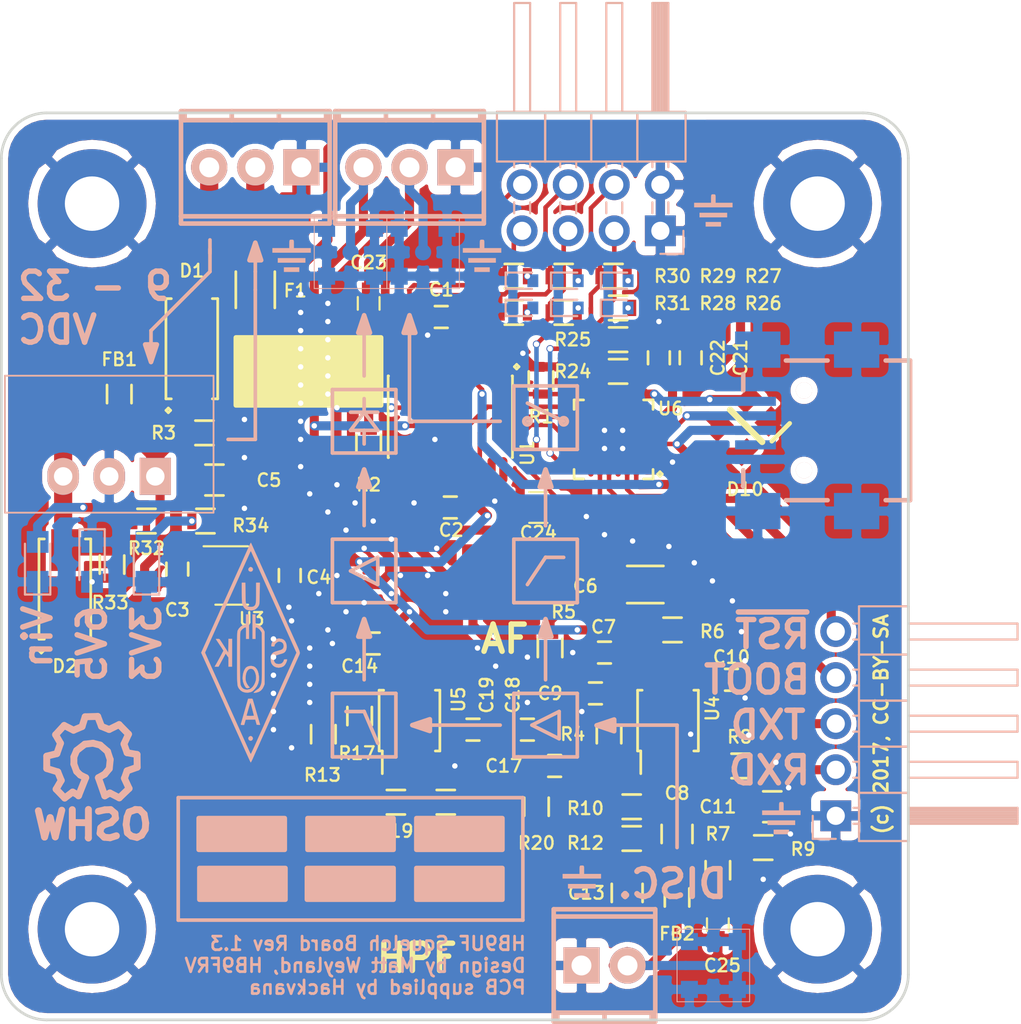
<source format=kicad_pcb>
(kicad_pcb (version 20171130) (host pcbnew 5.1.5)
  (layers (0 F.Cu signal) (31 B.Cu signal) (34 B.Paste user) (35 F.Paste user) (36 B.SilkS user) (37 F.SilkS user) (38 B.Mask user) (39 F.Mask user) (44 Edge.Cuts user))
  (net 0 "")
  (net 1 GND)
  (net 2 /3V3)
  (net 3 "Net-(C5-Pad1)")
  (net 4 "Net-(D1-Pad1)")
  (net 5 "Net-(C9-Pad1)")
  (net 6 "Net-(U3-Pad4)")
  (net 7 /6V5)
  (net 8 "Net-(C6-Pad2)")
  (net 9 "Net-(C8-Pad1)")
  (net 10 "Net-(C10-Pad1)")
  (net 11 "Net-(C11-Pad1)")
  (net 12 "Net-(C13-Pad1)")
  (net 13 "Net-(C17-Pad1)")
  (net 14 /AF_BUF)
  (net 15 "Net-(C18-Pad1)")
  (net 16 "Net-(C19-Pad1)")
  (net 17 "Net-(F1-Pad2)")
  (net 18 "Net-(R10-Pad2)")
  (net 19 "Net-(U1-Pad12)")
  (net 20 "Net-(U1-Pad13)")
  (net 21 "Net-(U1-Pad14)")
  (net 22 "Net-(U1-Pad19)")
  (net 23 "Net-(U1-Pad20)")
  (net 24 /LPF_OUT)
  (net 25 "Net-(U6-Pad1)")
  (net 26 "Net-(U6-Pad10)")
  (net 27 "Net-(U6-Pad14)")
  (net 28 "Net-(U6-Pad15)")
  (net 29 "Net-(U6-Pad17)")
  (net 30 "Net-(U6-Pad22)")
  (net 31 "Net-(P5-Pad4)")
  (net 32 "Net-(R24-Pad1)")
  (net 33 "Net-(P6-Pad2)")
  (net 34 "Net-(P6-Pad3)")
  (net 35 "Net-(P6-Pad4)")
  (net 36 /uC2USB)
  (net 37 /USB2uC)
  (net 38 /~RST)
  (net 39 /BOOT0)
  (net 40 /TOS)
  (net 41 /PTT)
  (net 42 "Net-(U6-Pad9)")
  (net 43 "Net-(D8-Pad2)")
  (net 44 "Net-(D5-Pad2)")
  (net 45 "Net-(D6-Pad2)")
  (net 46 "Net-(D7-Pad2)")
  (net 47 "Net-(D9-Pad2)")
  (net 48 "Net-(D4-Pad2)")
  (net 49 /uC10)
  (net 50 /uC2)
  (net 51 /uC3)
  (net 52 /uC9)
  (net 53 "Net-(C23-Pad1)")
  (net 54 /AF_MUTE)
  (net 55 "Net-(C24-Pad1)")
  (net 56 "Net-(D10-Pad2)")
  (net 57 "Net-(D10-Pad3)")
  (net 58 "Net-(D10-Pad4)")
  (net 59 "Net-(C3-Pad1)")
  (net 60 "Net-(D1-Pad2)")
  (net 61 "Net-(D13-Pad2)")
  (net 62 "Net-(D11-Pad2)")
  (net 63 "Net-(D12-Pad2)")
  (net 64 /13V8)
  (net 65 "Net-(FB2-Pad1)")
  (net 66 "Net-(C25-Pad2)")
  (net 67 /NOISE)
  (net 68 "Net-(U5-Pad6)")
  (module local:R-78xx-0.5 (layer B.Cu) (at 120.946928 75.037967 180)
    (fp_text reference U2 hide)
    (fp_text value "Ricom R-786.5-0.5")
    (pad 3 thru_hole oval (at 2.54 0 90) (size 2.032 1.7272) (drill 1.016) (layers *.Cu *.Mask B.SilkS) (net 7 /6V5))
    (pad 2 thru_hole oval (at 0 0 90) (size 2.032 1.7272) (drill 1.016) (layers *.Cu *.Mask B.SilkS) (net 1 GND))
    (pad 1 thru_hole rect (at -2.54 0 90) (size 2.032 1.7272) (drill 1.016) (layers *.Cu *.Mask B.SilkS) (net 64 /13V8))
  )
  (module local:MOLEX-0734152063 (layer B.Cu) (at 154.25 102 180)
    (fp_text reference P9 hide)
    (fp_text value DISC.)
    (pad 2 smd rect (at -1.32 1.32 180) (size 0.94 0.94) (layers B.Cu B.Paste B.Mask) (net 1 GND))
    (pad 2 smd rect (at 1.32 1.32 180) (size 0.94 0.94) (layers B.Cu B.Paste B.Mask) (net 1 GND))
    (pad 2 smd rect (at 1.32 -1.32 180) (size 0.94 0.94) (layers B.Cu B.Paste B.Mask) (net 1 GND))
    (pad 2 smd rect (at -1.32 -1.32 180) (size 0.94 0.94) (layers B.Cu B.Paste B.Mask) (net 1 GND))
    (pad 1 smd circle (at 0 0 180) (size 0.89 0.89) (layers B.Cu B.Paste B.Mask) (net 65 "Net-(FB2-Pad1)"))
  )
  (module local:MOLEX-0734152063 (layer B.Cu) (at 138.25 62.68)
    (fp_text reference P7 hide)
    (fp_text value LPF)
    (pad 1 smd circle (at 0 0) (size 0.89 0.89) (layers B.Cu B.Paste B.Mask) (net 53 "Net-(C23-Pad1)"))
    (pad 2 smd rect (at -1.32 -1.32) (size 0.94 0.94) (layers B.Cu B.Paste B.Mask) (net 1 GND))
    (pad 2 smd rect (at 1.32 -1.32) (size 0.94 0.94) (layers B.Cu B.Paste B.Mask) (net 1 GND))
    (pad 2 smd rect (at 1.32 1.32) (size 0.94 0.94) (layers B.Cu B.Paste B.Mask) (net 1 GND))
    (pad 2 smd rect (at -1.32 1.32) (size 0.94 0.94) (layers B.Cu B.Paste B.Mask) (net 1 GND))
  )
  (module local:MOLEX-0734152063 (layer B.Cu) (at 134.25 62.68 180)
    (fp_text reference P8 hide)
    (fp_text value HPF)
    (pad 2 smd rect (at -1.32 1.32 180) (size 0.94 0.94) (layers B.Cu B.Paste B.Mask) (net 1 GND))
    (pad 2 smd rect (at 1.32 1.32 180) (size 0.94 0.94) (layers B.Cu B.Paste B.Mask) (net 1 GND))
    (pad 2 smd rect (at 1.32 -1.32 180) (size 0.94 0.94) (layers B.Cu B.Paste B.Mask) (net 1 GND))
    (pad 2 smd rect (at -1.32 -1.32 180) (size 0.94 0.94) (layers B.Cu B.Paste B.Mask) (net 1 GND))
    (pad 1 smd circle (at 0 0 180) (size 0.89 0.89) (layers B.Cu B.Paste B.Mask) (net 67 /NOISE))
  )
  (module w_conn_mpt:mpt_0,5%2f2-2,54 (layer B.Cu) (at 148.25 102 180)
    (fp_text reference P2 hide)
    (fp_text value DISC. (at -3.75 4.5 180) (layer B.SilkS) (effects (font (size 1.524 1.524) (thickness 0.3048)) (justify mirror)))
    (pad 2 thru_hole oval (at -1.27 0 180) (size 1.99898 1.99898) (drill 1.09728) (layers *.Cu *.Mask B.SilkS) (net 65 "Net-(FB2-Pad1)"))
    (pad 1 thru_hole rect (at 1.27 0 180) (size 1.99898 1.99898) (drill 1.09728) (layers *.Cu *.Mask B.SilkS) (net 1 GND))
  )
  (module symbols:hb9uf_logo_tiny (layer B.Cu) (at 128.75 84.75 180)
    (fp_text reference G*** hide)
    (fp_text value LOGO hide)
  )
  (module symbols:Symbol_OSHW-Logo_SilkScreen (layer B.Cu) (at 120 90.75 180)
    (fp_text reference SYM hide)
    (fp_text value Symbol_OSHW-Logo_SilkScreen_07Jul2012 hide)
  )
  (module Capacitors_SMD:C_0603 (layer F.Cu) (at 154.5 99.75 90)
    (fp_text reference C25 (at -2.25 0.25 180) (layer F.SilkS) (effects (font (size 0.7 0.7) (thickness 0.127))))
    (fp_text value 470p)
    (pad 1 smd rect (at -0.75 0 90) (size 0.8 0.75) (layers F.Cu F.Paste F.Mask) (net 1 GND))
    (pad 2 smd rect (at 0.75 0 90) (size 0.8 0.75) (layers F.Cu F.Paste F.Mask) (net 66 "Net-(C25-Pad2)"))
  )
  (module Resistors_SMD:R_0603 (layer F.Cu) (at 152.25 98.25 90)
    (fp_text reference FB2 (at -2 0 180) (layer F.SilkS) (effects (font (size 0.7 0.7) (thickness 0.127))))
    (fp_text value "600R @100 MHz")
    (pad 1 smd rect (at -0.75 0 90) (size 0.5 0.9) (layers F.Cu F.Paste F.Mask) (net 65 "Net-(FB2-Pad1)"))
    (pad 2 smd rect (at 0.75 0 90) (size 0.5 0.9) (layers F.Cu F.Paste F.Mask) (net 66 "Net-(C25-Pad2)"))
  )
  (module LEDs:LED_0805 (layer B.Cu) (at 117 79.75 90)
    (fp_text reference D11 hide)
    (fp_text value LED)
    (pad 2 smd rect (at 1.1 0 270) (size 1.2 1.2) (layers B.Cu B.Paste B.Mask) (net 62 "Net-(D11-Pad2)"))
    (pad 1 smd rect (at -1.1 0 270) (size 1.2 1.2) (layers B.Cu B.Paste B.Mask) (net 1 GND))
  )
  (module LEDs:LED_0805 (layer B.Cu) (at 120 79.75 270)
    (fp_text reference D12 hide)
    (fp_text value LED)
    (pad 1 smd rect (at -1.1 0 90) (size 1.2 1.2) (layers B.Cu B.Paste B.Mask) (net 1 GND))
    (pad 2 smd rect (at 1.1 0 90) (size 1.2 1.2) (layers B.Cu B.Paste B.Mask) (net 63 "Net-(D12-Pad2)"))
  )
  (module LEDs:LED_0805 (layer B.Cu) (at 123 79.75 90)
    (fp_text reference D13 hide)
    (fp_text value LED)
    (pad 2 smd rect (at 1.1 0 270) (size 1.2 1.2) (layers B.Cu B.Paste B.Mask) (net 61 "Net-(D13-Pad2)"))
    (pad 1 smd rect (at -1.1 0 270) (size 1.2 1.2) (layers B.Cu B.Paste B.Mask) (net 1 GND))
  )
  (module Resistors_SMD:R_0603 (layer F.Cu) (at 121.1 79.9 270)
    (fp_text reference R33 (at 2.1 0.1 180) (layer F.SilkS) (effects (font (size 0.7 0.7) (thickness 0.127))))
    (fp_text value R)
    (pad 2 smd rect (at 0.75 0 270) (size 0.5 0.9) (layers F.Cu F.Paste F.Mask) (net 63 "Net-(D12-Pad2)"))
    (pad 1 smd rect (at -0.75 0 270) (size 0.5 0.9) (layers F.Cu F.Paste F.Mask) (net 7 /6V5))
  )
  (module Resistors_SMD:R_0603 (layer F.Cu) (at 123 77.5 180)
    (fp_text reference R32 (at 0 -1.5 180) (layer F.SilkS) (effects (font (size 0.7 0.7) (thickness 0.127))))
    (fp_text value R)
    (pad 1 smd rect (at -0.75 0 180) (size 0.5 0.9) (layers F.Cu F.Paste F.Mask) (net 64 /13V8))
    (pad 2 smd rect (at 0.75 0 180) (size 0.5 0.9) (layers F.Cu F.Paste F.Mask) (net 62 "Net-(D11-Pad2)"))
  )
  (module Resistors_SMD:R_0603 (layer F.Cu) (at 126.25 77.5 180)
    (fp_text reference R34 (at -2.5 -0.25 180) (layer F.SilkS) (effects (font (size 0.7 0.7) (thickness 0.127))))
    (fp_text value R)
    (pad 1 smd rect (at -0.75 0 180) (size 0.5 0.9) (layers F.Cu F.Paste F.Mask) (net 2 /3V3))
    (pad 2 smd rect (at 0.75 0 180) (size 0.5 0.9) (layers F.Cu F.Paste F.Mask) (net 61 "Net-(D13-Pad2)"))
  )
  (module smd-semi:SOT-143 (layer F.Cu) (at 156.058148 72.252513 225)
    (fp_text reference D10 (at 2.514214 -2.43198) (layer F.SilkS) (effects (font (size 0.7 0.7) (thickness 0.127))))
    (fp_text value SP0503BAHT)
    (pad 1 smd rect (at -1.1 -0.750001 45) (size 1.3 1.1) (layers F.Cu F.Paste F.Mask) (net 1 GND))
    (pad 2 smd rect (at -1.1 0.95 45) (size 1.3 0.9) (layers F.Cu F.Paste F.Mask) (net 56 "Net-(D10-Pad2)"))
    (pad 3 smd rect (at 1.1 0.95 45) (size 1.3 0.9) (layers F.Cu F.Paste F.Mask) (net 57 "Net-(D10-Pad3)"))
    (pad 4 smd rect (at 1.1 -0.95 45) (size 1.3 0.9) (layers F.Cu F.Paste F.Mask) (net 58 "Net-(D10-Pad4)"))
  )
  (module Capacitors_SMD:C_0805 (layer F.Cu) (at 144.6 76.75 180)
    (fp_text reference C24 (at 0 -1.4 180) (layer F.SilkS) (effects (font (size 0.7 0.7) (thickness 0.127))))
    (fp_text value 10u)
    (pad 1 smd rect (at -1 0 180) (size 1 1.25) (layers F.Cu F.Paste F.Mask) (net 55 "Net-(C24-Pad1)"))
    (pad 2 smd rect (at 1 0 180) (size 1 1.25) (layers F.Cu F.Paste F.Mask) (net 1 GND))
  )
  (module Capacitors_SMD:C_0603 (layer F.Cu) (at 135.25 65.5 270)
    (fp_text reference C23 (at -2.25 0) (layer F.SilkS) (effects (font (size 0.7 0.7) (thickness 0.127))))
    (fp_text value 1u)
    (pad 1 smd rect (at -0.75 0 270) (size 0.8 0.75) (layers F.Cu F.Paste F.Mask) (net 53 "Net-(C23-Pad1)"))
    (pad 2 smd rect (at 0.75 0 270) (size 0.8 0.75) (layers F.Cu F.Paste F.Mask) (net 54 /AF_MUTE))
  )
  (module LEDs:LED_0402 (layer B.Cu) (at 149 65.75)
    (fp_text reference D4 hide)
    (fp_text value LED)
    (pad 1 smd rect (at -0.55 0 180) (size 0.6 0.7) (layers B.Cu B.Paste B.Mask) (net 1 GND))
    (pad 2 smd rect (at 0.55 0 180) (size 0.6 0.7) (layers B.Cu B.Paste B.Mask) (net 48 "Net-(D4-Pad2)"))
  )
  (module LEDs:LED_0402 (layer B.Cu) (at 146.25 65.75)
    (fp_text reference D6 hide)
    (fp_text value LED)
    (pad 2 smd rect (at 0.55 0 180) (size 0.6 0.7) (layers B.Cu B.Paste B.Mask) (net 45 "Net-(D6-Pad2)"))
    (pad 1 smd rect (at -0.55 0 180) (size 0.6 0.7) (layers B.Cu B.Paste B.Mask) (net 1 GND))
  )
  (module LEDs:LED_0402 (layer B.Cu) (at 146.25 64.25)
    (fp_text reference D7 hide)
    (fp_text value LED)
    (pad 1 smd rect (at -0.55 0 180) (size 0.6 0.7) (layers B.Cu B.Paste B.Mask) (net 1 GND))
    (pad 2 smd rect (at 0.55 0 180) (size 0.6 0.7) (layers B.Cu B.Paste B.Mask) (net 46 "Net-(D7-Pad2)"))
  )
  (module LEDs:LED_0402 (layer B.Cu) (at 143.75 64.25)
    (fp_text reference D8 hide)
    (fp_text value LED)
    (pad 2 smd rect (at 0.55 0 180) (size 0.6 0.7) (layers B.Cu B.Paste B.Mask) (net 43 "Net-(D8-Pad2)"))
    (pad 1 smd rect (at -0.55 0 180) (size 0.6 0.7) (layers B.Cu B.Paste B.Mask) (net 1 GND))
  )
  (module LEDs:LED_0402 (layer B.Cu) (at 143.75 65.75)
    (fp_text reference D9 hide)
    (fp_text value LED)
    (pad 1 smd rect (at -0.55 0 180) (size 0.6 0.7) (layers B.Cu B.Paste B.Mask) (net 1 GND))
    (pad 2 smd rect (at 0.55 0 180) (size 0.6 0.7) (layers B.Cu B.Paste B.Mask) (net 47 "Net-(D9-Pad2)"))
  )
  (module LEDs:LED_0402 (layer B.Cu) (at 149 64.25)
    (fp_text reference D5 hide)
    (fp_text value LED)
    (pad 2 smd rect (at 0.55 0 180) (size 0.6 0.7) (layers B.Cu B.Paste B.Mask) (net 44 "Net-(D5-Pad2)"))
    (pad 1 smd rect (at -0.55 0 180) (size 0.6 0.7) (layers B.Cu B.Paste B.Mask) (net 1 GND))
  )
  (module Resistors_SMD:R_0603 (layer F.Cu) (at 149 65.75)
    (fp_text reference R26 (at 8 -0.25) (layer F.SilkS) (effects (font (size 0.7 0.7) (thickness 0.127))))
    (fp_text value R)
    (pad 2 smd rect (at 0.75 0) (size 0.5 0.9) (layers F.Cu F.Paste F.Mask) (net 48 "Net-(D4-Pad2)"))
    (pad 1 smd rect (at -0.75 0) (size 0.5 0.9) (layers F.Cu F.Paste F.Mask) (net 40 /TOS))
  )
  (module Resistors_SMD:R_0603 (layer F.Cu) (at 143.25 66)
    (fp_text reference R31 (at 8.75 -0.5) (layer F.SilkS) (effects (font (size 0.7 0.7) (thickness 0.127))))
    (fp_text value R)
    (pad 2 smd rect (at 0.75 0) (size 0.5 0.9) (layers F.Cu F.Paste F.Mask) (net 47 "Net-(D9-Pad2)"))
    (pad 1 smd rect (at -0.75 0) (size 0.5 0.9) (layers F.Cu F.Paste F.Mask) (net 52 /uC9))
  )
  (module Resistors_SMD:R_0603 (layer F.Cu) (at 146 64)
    (fp_text reference R29 (at 8.5 0) (layer F.SilkS) (effects (font (size 0.7 0.7) (thickness 0.127))))
    (fp_text value R)
    (pad 1 smd rect (at -0.75 0) (size 0.5 0.9) (layers F.Cu F.Paste F.Mask) (net 51 /uC3))
    (pad 2 smd rect (at 0.75 0) (size 0.5 0.9) (layers F.Cu F.Paste F.Mask) (net 46 "Net-(D7-Pad2)"))
  )
  (module Resistors_SMD:R_0603 (layer F.Cu) (at 146 66)
    (fp_text reference R28 (at 8.5 -0.5) (layer F.SilkS) (effects (font (size 0.7 0.7) (thickness 0.127))))
    (fp_text value R)
    (pad 2 smd rect (at 0.75 0) (size 0.5 0.9) (layers F.Cu F.Paste F.Mask) (net 45 "Net-(D6-Pad2)"))
    (pad 1 smd rect (at -0.75 0) (size 0.5 0.9) (layers F.Cu F.Paste F.Mask) (net 50 /uC2))
  )
  (module Resistors_SMD:R_0603 (layer F.Cu) (at 148.75 64)
    (fp_text reference R27 (at 8.25 0) (layer F.SilkS) (effects (font (size 0.7 0.7) (thickness 0.127))))
    (fp_text value R)
    (pad 1 smd rect (at -0.75 0) (size 0.5 0.9) (layers F.Cu F.Paste F.Mask) (net 41 /PTT))
    (pad 2 smd rect (at 0.75 0) (size 0.5 0.9) (layers F.Cu F.Paste F.Mask) (net 44 "Net-(D5-Pad2)"))
  )
  (module Resistors_SMD:R_0603 (layer F.Cu) (at 143.25 64)
    (fp_text reference R30 (at 8.75 0) (layer F.SilkS) (effects (font (size 0.7 0.7) (thickness 0.127))))
    (fp_text value R)
    (pad 1 smd rect (at -0.75 0) (size 0.5 0.9) (layers F.Cu F.Paste F.Mask) (net 49 /uC10))
    (pad 2 smd rect (at 0.75 0) (size 0.5 0.9) (layers F.Cu F.Paste F.Mask) (net 43 "Net-(D8-Pad2)"))
  )
  (module Resistors_SMD:R_0603 (layer F.Cu) (at 149 67.5)
    (fp_text reference R25 (at -2.5 0) (layer F.SilkS) (effects (font (size 0.7 0.7) (thickness 0.127))))
    (fp_text value 43k)
    (pad 1 smd rect (at -0.75 0) (size 0.5 0.9) (layers F.Cu F.Paste F.Mask) (net 32 "Net-(R24-Pad1)"))
    (pad 2 smd rect (at 0.75 0) (size 0.5 0.9) (layers F.Cu F.Paste F.Mask) (net 1 GND))
  )
  (module symbols:GND (layer B.Cu) (at 154.25 60.25 180)
    (fp_text reference VAL hide)
    (fp_text value GND hide)
  )
  (module Pin_Headers:Pin_Header_Angled_2x04_Pitch2.54mm (layer B.Cu) (at 151.33 61.5 90)
    (fp_text reference P4 hide)
    (fp_text value CONN_02X04)
    (pad 1 thru_hole rect (at 0 0 90) (size 1.7 1.7) (drill 1) (layers *.Cu *.Mask) (net 1 GND))
    (pad 2 thru_hole oval (at 2.54 0 90) (size 1.7 1.7) (drill 1) (layers *.Cu *.Mask) (net 1 GND))
    (pad 3 thru_hole oval (at 0 -2.54 90) (size 1.7 1.7) (drill 1) (layers *.Cu *.Mask) (net 40 /TOS))
    (pad 4 thru_hole oval (at 2.54 -2.54 90) (size 1.7 1.7) (drill 1) (layers *.Cu *.Mask) (net 41 /PTT))
    (pad 5 thru_hole oval (at 0 -5.08 90) (size 1.7 1.7) (drill 1) (layers *.Cu *.Mask) (net 50 /uC2))
    (pad 6 thru_hole oval (at 2.54 -5.08 90) (size 1.7 1.7) (drill 1) (layers *.Cu *.Mask) (net 51 /uC3))
    (pad 7 thru_hole oval (at 0 -7.62 90) (size 1.7 1.7) (drill 1) (layers *.Cu *.Mask) (net 52 /uC9))
    (pad 8 thru_hole oval (at 2.54 -7.62 90) (size 1.7 1.7) (drill 1) (layers *.Cu *.Mask) (net 49 /uC10))
  )
  (module symbols:GND (layer B.Cu) (at 141.5 62.75 180)
    (fp_text reference VAL hide)
    (fp_text value GND hide)
  )
  (module symbols:GND (layer B.Cu) (at 131 62.75 180)
    (fp_text reference VAL hide)
    (fp_text value GND hide)
  )
  (module w_conn_mpt:mpt_0,5%2f3-2,54 (layer B.Cu) (at 137.5 58)
    (fp_text reference P3 hide)
    (fp_text value OUT hide)
    (pad 3 thru_hole oval (at -2.54 0) (size 1.99898 1.99898) (drill 1.09728) (layers *.Cu *.Mask B.SilkS) (net 67 /NOISE))
    (pad 1 thru_hole rect (at 2.54 0) (size 1.99898 1.99898) (drill 1.09728) (layers *.Cu *.Mask B.SilkS) (net 1 GND))
    (pad 2 thru_hole oval (at 0 0) (size 1.99898 1.99898) (drill 1.09728) (layers *.Cu *.Mask B.SilkS) (net 53 "Net-(C23-Pad1)"))
  )
  (module symbols:GND (layer B.Cu) (at 147 97.25 180)
    (fp_text reference VAL hide)
    (fp_text value GND hide)
  )
  (module Pin_Headers:Pin_Header_Angled_1x05_Pitch2.54mm (layer B.Cu) (at 161 93.75)
    (fp_text reference P6 hide)
    (fp_text value CONN_01X05)
    (pad 1 thru_hole rect (at 0 0) (size 1.7 1.7) (drill 1) (layers *.Cu *.Mask) (net 1 GND))
    (pad 2 thru_hole oval (at 0 -2.54) (size 1.7 1.7) (drill 1) (layers *.Cu *.Mask) (net 33 "Net-(P6-Pad2)"))
    (pad 3 thru_hole oval (at 0 -5.08) (size 1.7 1.7) (drill 1) (layers *.Cu *.Mask) (net 34 "Net-(P6-Pad3)"))
    (pad 4 thru_hole oval (at 0 -7.62) (size 1.7 1.7) (drill 1) (layers *.Cu *.Mask) (net 35 "Net-(P6-Pad4)"))
    (pad 5 thru_hole oval (at 0 -10.16) (size 1.7 1.7) (drill 1) (layers *.Cu *.Mask) (net 38 /~RST))
  )
  (module conn-fci:CONN-10033526-N3212LF (layer B.Cu) (at 159.25 72.5 270)
    (fp_text reference P5 hide)
    (fp_text value CONN-10033526-N3212LF)
    (pad 1 smd rect (at -1.6 2.675 270) (size 0.5 2.25) (layers B.Cu B.Paste B.Mask) (net 56 "Net-(D10-Pad2)"))
    (pad 2 smd rect (at -0.8 2.675 270) (size 0.5 2.25) (layers B.Cu B.Paste B.Mask) (net 57 "Net-(D10-Pad3)"))
    (pad 3 smd rect (at 0 2.675 270) (size 0.5 2.25) (layers B.Cu B.Paste B.Mask) (net 58 "Net-(D10-Pad4)"))
    (pad 4 smd rect (at 0.8 2.675 270) (size 0.5 2.25) (layers B.Cu B.Paste B.Mask) (net 31 "Net-(P5-Pad4)"))
    (pad 5 smd rect (at 1.6 2.675 270) (size 0.5 2.25) (layers B.Cu B.Paste B.Mask) (net 1 GND))
    (pad SH smd rect (at -4.45 2.55 270) (size 2 2.5) (layers B.Cu B.Paste B.Mask) (net 1 GND))
    (pad SH smd rect (at 4.45 2.55 270) (size 2 2.5) (layers B.Cu B.Paste B.Mask) (net 1 GND))
    (pad SH smd rect (at -4.45 -2.9 270) (size 2 2.5) (layers B.Cu B.Paste B.Mask) (net 1 GND))
    (pad SH smd rect (at 4.45 -2.9 270) (size 2 2.5) (layers B.Cu B.Paste B.Mask) (net 1 GND))
    (pad "" np_thru_hole circle (at -2.2 0 270) (size 0.9 0.9) (drill 0.9) (layers *.Cu *.Mask B.SilkS))
    (pad "" np_thru_hole circle (at 2.2 0 270) (size 0.9 0.9) (drill 0.9) (layers *.Cu *.Mask B.SilkS))
  )
  (module IPC7351-Nominal:SOP65P640X120-20 (layer F.Cu) (at 139.75 71.75 270)
    (fp_text reference U1 (at 2 -4.25 90) (layer F.SilkS) (effects (font (size 0.7 0.7) (thickness 0.127))))
    (fp_text value STM32F030F4P6)
    (pad 1 smd oval (at -2.95 -2.925 270) (size 1.45 0.45) (layers F.Cu F.Paste F.Mask) (net 39 /BOOT0))
    (pad 2 smd oval (at -2.95 -2.275 270) (size 1.45 0.45) (layers F.Cu F.Paste F.Mask) (net 50 /uC2))
    (pad 3 smd oval (at -2.95 -1.625 270) (size 1.45 0.45) (layers F.Cu F.Paste F.Mask) (net 51 /uC3))
    (pad 4 smd oval (at -2.95 -0.975 270) (size 1.45 0.45) (layers F.Cu F.Paste F.Mask) (net 38 /~RST))
    (pad 5 smd oval (at -2.95 -0.325 270) (size 1.45 0.45) (layers F.Cu F.Paste F.Mask) (net 2 /3V3))
    (pad 6 smd oval (at -2.95 0.325 270) (size 1.45 0.45) (layers F.Cu F.Paste F.Mask) (net 67 /NOISE))
    (pad 7 smd oval (at -2.95 0.975 270) (size 1.45 0.45) (layers F.Cu F.Paste F.Mask) (net 14 /AF_BUF))
    (pad 8 smd oval (at -2.95 1.625 270) (size 1.45 0.45) (layers F.Cu F.Paste F.Mask) (net 54 /AF_MUTE))
    (pad 9 smd oval (at -2.95 2.275 270) (size 1.45 0.45) (layers F.Cu F.Paste F.Mask) (net 52 /uC9))
    (pad 10 smd oval (at -2.95 2.925 270) (size 1.45 0.45) (layers F.Cu F.Paste F.Mask) (net 49 /uC10))
    (pad 11 smd oval (at 2.95 2.925 270) (size 1.45 0.45) (layers F.Cu F.Paste F.Mask) (net 24 /LPF_OUT))
    (pad 12 smd oval (at 2.95 2.275 270) (size 1.45 0.45) (layers F.Cu F.Paste F.Mask) (net 19 "Net-(U1-Pad12)"))
    (pad 13 smd oval (at 2.95 1.625 270) (size 1.45 0.45) (layers F.Cu F.Paste F.Mask) (net 20 "Net-(U1-Pad13)"))
    (pad 14 smd oval (at 2.95 0.975 270) (size 1.45 0.45) (layers F.Cu F.Paste F.Mask) (net 21 "Net-(U1-Pad14)"))
    (pad 15 smd oval (at 2.95 0.325 270) (size 1.45 0.45) (layers F.Cu F.Paste F.Mask) (net 1 GND))
    (pad 16 smd oval (at 2.95 -0.325 270) (size 1.45 0.45) (layers F.Cu F.Paste F.Mask) (net 2 /3V3))
    (pad 17 smd oval (at 2.95 -0.975 270) (size 1.45 0.45) (layers F.Cu F.Paste F.Mask) (net 36 /uC2USB))
    (pad 18 smd oval (at 2.95 -1.625 270) (size 1.45 0.45) (layers F.Cu F.Paste F.Mask) (net 37 /USB2uC))
    (pad 19 smd oval (at 2.95 -2.275 270) (size 1.45 0.45) (layers F.Cu F.Paste F.Mask) (net 22 "Net-(U1-Pad19)"))
    (pad 20 smd oval (at 2.95 -2.925 270) (size 1.45 0.45) (layers F.Cu F.Paste F.Mask) (net 23 "Net-(U1-Pad20)"))
  )
  (module Capacitors_SMD:C_0603 (layer F.Cu) (at 153 68.5 90)
    (fp_text reference C21 (at 0 2.75 90) (layer F.SilkS) (effects (font (size 0.7 0.7) (thickness 0.127))))
    (fp_text value 1u)
    (pad 1 smd rect (at -0.75 0 90) (size 0.8 0.75) (layers F.Cu F.Paste F.Mask) (net 2 /3V3))
    (pad 2 smd rect (at 0.75 0 90) (size 0.8 0.75) (layers F.Cu F.Paste F.Mask) (net 1 GND))
  )
  (module Capacitors_SMD:C_0603 (layer F.Cu) (at 151.25 68.5 90)
    (fp_text reference C22 (at 0 3.25 90) (layer F.SilkS) (effects (font (size 0.7 0.7) (thickness 0.127))))
    (fp_text value 0.1u)
    (pad 2 smd rect (at 0.75 0 90) (size 0.8 0.75) (layers F.Cu F.Paste F.Mask) (net 1 GND))
    (pad 1 smd rect (at -0.75 0 90) (size 0.8 0.75) (layers F.Cu F.Paste F.Mask) (net 2 /3V3))
  )
  (module Resistors_SMD:R_0603 (layer F.Cu) (at 149 69.25)
    (fp_text reference R24 (at -2.5 0 180) (layer F.SilkS) (effects (font (size 0.7 0.7) (thickness 0.127))))
    (fp_text value 22k)
    (pad 1 smd rect (at -0.75 0) (size 0.5 0.9) (layers F.Cu F.Paste F.Mask) (net 32 "Net-(R24-Pad1)"))
    (pad 2 smd rect (at 0.75 0) (size 0.5 0.9) (layers F.Cu F.Paste F.Mask) (net 56 "Net-(D10-Pad2)"))
  )
  (module IPC7351-Nominal:PQFN50P400X400X100-25 (layer F.Cu) (at 148.75 73 180)
    (fp_text reference U6 (at -3.15 1.7 180) (layer F.SilkS) (effects (font (size 0.7 0.7) (thickness 0.127))))
    (fp_text value CP2105)
    (pad 1 smd oval (at -1.8 -1.25 180) (size 0.5 0.3) (layers F.Cu F.Paste F.Mask) (net 25 "Net-(U6-Pad1)"))
    (pad 2 smd oval (at -1.8 -0.75 180) (size 0.5 0.3) (layers F.Cu F.Paste F.Mask) (net 1 GND))
    (pad 3 smd oval (at -1.8 -0.25 180) (size 0.5 0.3) (layers F.Cu F.Paste F.Mask) (net 58 "Net-(D10-Pad4)"))
    (pad 4 smd oval (at -1.8 0.25 180) (size 0.5 0.3) (layers F.Cu F.Paste F.Mask) (net 57 "Net-(D10-Pad3)"))
    (pad 5 smd oval (at -1.8 0.75 180) (size 0.5 0.3) (layers F.Cu F.Paste F.Mask) (net 2 /3V3))
    (pad 6 smd oval (at -1.8 1.25 180) (size 0.5 0.3) (layers F.Cu F.Paste F.Mask) (net 2 /3V3))
    (pad 7 smd oval (at -1.25 1.8 180) (size 0.3 0.5) (layers F.Cu F.Paste F.Mask) (net 2 /3V3))
    (pad 8 smd oval (at -0.75 1.8 180) (size 0.3 0.5) (layers F.Cu F.Paste F.Mask) (net 32 "Net-(R24-Pad1)"))
    (pad 9 smd oval (at -0.25 1.8 180) (size 0.3 0.5) (layers F.Cu F.Paste F.Mask) (net 42 "Net-(U6-Pad9)"))
    (pad 10 smd oval (at 0.25 1.8 180) (size 0.3 0.5) (layers F.Cu F.Paste F.Mask) (net 26 "Net-(U6-Pad10)"))
    (pad 11 smd oval (at 0.75 1.8 180) (size 0.3 0.5) (layers F.Cu F.Paste F.Mask) (net 39 /BOOT0))
    (pad 12 smd oval (at 1.25 1.8 180) (size 0.3 0.5) (layers F.Cu F.Paste F.Mask) (net 36 /uC2USB))
    (pad 13 smd oval (at 1.8 1.25 180) (size 0.5 0.3) (layers F.Cu F.Paste F.Mask) (net 37 /USB2uC))
    (pad 14 smd oval (at 1.8 0.75 180) (size 0.5 0.3) (layers F.Cu F.Paste F.Mask) (net 27 "Net-(U6-Pad14)"))
    (pad 15 smd oval (at 1.8 0.25 180) (size 0.5 0.3) (layers F.Cu F.Paste F.Mask) (net 28 "Net-(U6-Pad15)"))
    (pad 16 smd oval (at 1.8 -0.25 180) (size 0.5 0.3) (layers F.Cu F.Paste F.Mask) (net 55 "Net-(C24-Pad1)"))
    (pad 17 smd oval (at 1.8 -0.75 180) (size 0.5 0.3) (layers F.Cu F.Paste F.Mask) (net 29 "Net-(U6-Pad17)"))
    (pad 18 smd oval (at 1.8 -1.25 180) (size 0.5 0.3) (layers F.Cu F.Paste F.Mask) (net 40 /TOS))
    (pad 19 smd oval (at 1.25 -1.8 180) (size 0.3 0.5) (layers F.Cu F.Paste F.Mask) (net 41 /PTT))
    (pad 20 smd oval (at 0.75 -1.8 180) (size 0.3 0.5) (layers F.Cu F.Paste F.Mask) (net 33 "Net-(P6-Pad2)"))
    (pad 21 smd oval (at 0.25 -1.8 180) (size 0.3 0.5) (layers F.Cu F.Paste F.Mask) (net 34 "Net-(P6-Pad3)"))
    (pad 22 smd oval (at -0.25 -1.8 180) (size 0.3 0.5) (layers F.Cu F.Paste F.Mask) (net 30 "Net-(U6-Pad22)"))
    (pad 23 smd oval (at -0.75 -1.8 180) (size 0.3 0.5) (layers F.Cu F.Paste F.Mask) (net 35 "Net-(P6-Pad4)"))
    (pad 24 smd oval (at -1.25 -1.8 180) (size 0.3 0.5) (layers F.Cu F.Paste F.Mask) (net 38 /~RST))
    (pad 25 smd rect (at 0 0 180) (size 2.25 2.25) (layers F.Cu F.Paste F.Mask) (net 1 GND))
  )
  (module manuf:TESTPOINT-KEYSTONE-5018 (layer F.Cu) (at 142.75 80.5 180)
    (fp_text reference TP1 hide)
    (fp_text value AF (at 0 -3.5) (layer F.SilkS) (effects (font (size 1.5 1.5) (thickness 0.3))))
    (pad 1 smd rect (at 0 0 180) (size 4.7 3.43) (layers F.Cu F.Paste F.Mask) (net 14 /AF_BUF))
  )
  (module manuf:TESTPOINT-KEYSTONE-5018 (layer F.Cu) (at 137.946928 98.437967)
    (fp_text reference TP2 hide)
    (fp_text value HPF (at -0.038013 3.154019) (layer F.SilkS) (effects (font (size 1.5 1.5) (thickness 0.3))))
    (pad 1 smd rect (at 0 0) (size 4.7 3.43) (layers F.Cu F.Paste F.Mask) (net 67 /NOISE))
  )
  (module Capacitors_SMD:C_0603 (layer F.Cu) (at 148.25 84.75 180)
    (fp_text reference C7 (at 0.053072 1.412033 180) (layer F.SilkS) (effects (font (size 0.7 0.7) (thickness 0.127))))
    (fp_text value 0.1u)
    (pad 1 smd rect (at -0.75 0 180) (size 0.8 0.75) (layers F.Cu F.Paste F.Mask) (net 2 /3V3))
    (pad 2 smd rect (at 0.75 0 180) (size 0.8 0.75) (layers F.Cu F.Paste F.Mask) (net 1 GND))
  )
  (module Housings_SSOP:MSOP-8_3x3mm_Pitch0.65mm (layer F.Cu) (at 151.75 88.5 90)
    (fp_text reference U4 (at 0.662033 2.446928 270) (layer F.SilkS) (effects (font (size 0.7 0.7) (thickness 0.127))))
    (fp_text value MCP6002)
    (pad 8 smd rect (at 2.2 -0.975 90) (size 1.45 0.45) (layers F.Cu F.Paste F.Mask) (net 2 /3V3))
    (pad 7 smd rect (at 2.2 -0.325 90) (size 1.45 0.45) (layers F.Cu F.Paste F.Mask) (net 24 /LPF_OUT))
    (pad 6 smd rect (at 2.2 0.325 90) (size 1.45 0.45) (layers F.Cu F.Paste F.Mask) (net 24 /LPF_OUT))
    (pad 5 smd rect (at 2.2 0.975 90) (size 1.45 0.45) (layers F.Cu F.Paste F.Mask) (net 10 "Net-(C10-Pad1)"))
    (pad 4 smd rect (at -2.2 0.975 90) (size 1.45 0.45) (layers F.Cu F.Paste F.Mask) (net 1 GND))
    (pad 3 smd rect (at -2.2 0.325 90) (size 1.45 0.45) (layers F.Cu F.Paste F.Mask) (net 9 "Net-(C8-Pad1)"))
    (pad 2 smd rect (at -2.2 -0.325 90) (size 1.45 0.45) (layers F.Cu F.Paste F.Mask) (net 18 "Net-(R10-Pad2)"))
    (pad 1 smd rect (at -2.2 -0.975 90) (size 1.45 0.45) (layers F.Cu F.Paste F.Mask) (net 14 /AF_BUF))
  )
  (module IPC7351-Nominal:DIOM5326X292 (layer F.Cu) (at 118.5 81.25 90)
    (fp_text reference D2 (at -4.25 0 180) (layer F.SilkS) (effects (font (size 0.7 0.7) (thickness 0.127))))
    (fp_text value S1B)
    (pad 1 smd rect (at -2.15 0 90) (size 2.3 1.5) (layers F.Cu F.Paste F.Mask) (net 59 "Net-(C3-Pad1)"))
    (pad 2 smd rect (at 2.15 0 90) (size 2.3 1.5) (layers F.Cu F.Paste F.Mask) (net 7 /6V5))
  )
  (module Capacitors_SMD:C_0603 (layer F.Cu) (at 139.25 66.25 180)
    (fp_text reference C1 (at 0 1.5 180) (layer F.SilkS) (effects (font (size 0.7 0.7) (thickness 0.127))))
    (fp_text value 0.1u)
    (pad 2 smd rect (at 0.75 0 180) (size 0.8 0.75) (layers F.Cu F.Paste F.Mask) (net 1 GND))
    (pad 1 smd rect (at -0.75 0 180) (size 0.8 0.75) (layers F.Cu F.Paste F.Mask) (net 2 /3V3))
  )
  (module Capacitors_SMD:C_0603 (layer F.Cu) (at 139.75 76.75 180)
    (fp_text reference C2 (at -0.05 -1.25) (layer F.SilkS) (effects (font (size 0.7 0.7) (thickness 0.127))))
    (fp_text value 0.1u)
    (pad 1 smd rect (at -0.75 0 180) (size 0.8 0.75) (layers F.Cu F.Paste F.Mask) (net 2 /3V3))
    (pad 2 smd rect (at 0.75 0 180) (size 0.8 0.75) (layers F.Cu F.Paste F.Mask) (net 1 GND))
  )
  (module Capacitors_SMD:C_0603 (layer F.Cu) (at 124.7 80.15 270)
    (fp_text reference C3 (at 2.25 0) (layer F.SilkS) (effects (font (size 0.7 0.7) (thickness 0.127))))
    (fp_text value 1u)
    (pad 2 smd rect (at 0.75 0 270) (size 0.8 0.75) (layers F.Cu F.Paste F.Mask) (net 1 GND))
    (pad 1 smd rect (at -0.75 0 270) (size 0.8 0.75) (layers F.Cu F.Paste F.Mask) (net 59 "Net-(C3-Pad1)"))
  )
  (module Capacitors_SMD:C_0603 (layer F.Cu) (at 130.9 80.5 270)
    (fp_text reference C4 (at 0.1 -1.6) (layer F.SilkS) (effects (font (size 0.7 0.7) (thickness 0.127))))
    (fp_text value 1u)
    (pad 1 smd rect (at -0.75 0 270) (size 0.8 0.75) (layers F.Cu F.Paste F.Mask) (net 2 /3V3))
    (pad 2 smd rect (at 0.75 0 270) (size 0.8 0.75) (layers F.Cu F.Paste F.Mask) (net 1 GND))
  )
  (module Capacitors_SMD:C_0805 (layer F.Cu) (at 126.746928 75.237967)
    (fp_text reference C5 (at 3.003072 0.012033) (layer F.SilkS) (effects (font (size 0.7 0.7) (thickness 0.127))))
    (fp_text value "10u (25V)")
    (pad 2 smd rect (at 1 0) (size 1 1.25) (layers F.Cu F.Paste F.Mask) (net 1 GND))
    (pad 1 smd rect (at -1 0) (size 1 1.25) (layers F.Cu F.Paste F.Mask) (net 3 "Net-(C5-Pad1)"))
  )
  (module Capacitors_SMD:C_1206 (layer F.Cu) (at 150.5 81 180)
    (fp_text reference C6 (at 3.303072 -0.087967 180) (layer F.SilkS) (effects (font (size 0.7 0.7) (thickness 0.127))))
    (fp_text value "0.039u (NP0)")
    (pad 1 smd rect (at -1.5 0 180) (size 1 1.6) (layers F.Cu F.Paste F.Mask) (net 24 /LPF_OUT))
    (pad 2 smd rect (at 1.5 0 180) (size 1 1.6) (layers F.Cu F.Paste F.Mask) (net 8 "Net-(C6-Pad2)"))
  )
  (module Capacitors_SMD:C_0805 (layer F.Cu) (at 152.25 94.75 270)
    (fp_text reference C8 (at -2.25 0) (layer F.SilkS) (effects (font (size 0.7 0.7) (thickness 0.127))))
    (fp_text value 47u)
    (pad 1 smd rect (at -1 0 270) (size 1 1.25) (layers F.Cu F.Paste F.Mask) (net 9 "Net-(C8-Pad1)"))
    (pad 2 smd rect (at 1 0 270) (size 1 1.25) (layers F.Cu F.Paste F.Mask) (net 66 "Net-(C25-Pad2)"))
  )
  (module Capacitors_SMD:C_0603 (layer F.Cu) (at 147.75 87 180)
    (fp_text reference C9 (at 2.5 0 180) (layer F.SilkS) (effects (font (size 0.7 0.7) (thickness 0.127))))
    (fp_text value "0.01u (NP0)")
    (pad 2 smd rect (at 0.75 0 180) (size 0.8 0.75) (layers F.Cu F.Paste F.Mask) (net 1 GND))
    (pad 1 smd rect (at -0.75 0 180) (size 0.8 0.75) (layers F.Cu F.Paste F.Mask) (net 5 "Net-(C9-Pad1)"))
  )
  (module Capacitors_SMD:C_0603 (layer F.Cu) (at 155.25 86.25)
    (fp_text reference C10 (at 0 -1.25) (layer F.SilkS) (effects (font (size 0.7 0.7) (thickness 0.127))))
    (fp_text value "1000p (NP0)")
    (pad 1 smd rect (at -0.75 0) (size 0.8 0.75) (layers F.Cu F.Paste F.Mask) (net 10 "Net-(C10-Pad1)"))
    (pad 2 smd rect (at 0.75 0) (size 0.8 0.75) (layers F.Cu F.Paste F.Mask) (net 1 GND))
  )
  (module Capacitors_SMD:C_0805 (layer F.Cu) (at 157.5 93.25)
    (fp_text reference C11 (at -3 0) (layer F.SilkS) (effects (font (size 0.7 0.7) (thickness 0.127))))
    (fp_text value 47u)
    (pad 2 smd rect (at 1 0) (size 1 1.25) (layers F.Cu F.Paste F.Mask) (net 1 GND))
    (pad 1 smd rect (at -1 0) (size 1 1.25) (layers F.Cu F.Paste F.Mask) (net 11 "Net-(C11-Pad1)"))
  )
  (module Capacitors_SMD:C_0805 (layer F.Cu) (at 149.5 98 270)
    (fp_text reference C13 (at 0 2.25) (layer F.SilkS) (effects (font (size 0.7 0.7) (thickness 0.127))))
    (fp_text value 47u)
    (pad 1 smd rect (at -1 0 270) (size 1 1.25) (layers F.Cu F.Paste F.Mask) (net 12 "Net-(C13-Pad1)"))
    (pad 2 smd rect (at 1 0 270) (size 1 1.25) (layers F.Cu F.Paste F.Mask) (net 1 GND))
  )
  (module Capacitors_SMD:C_0603 (layer F.Cu) (at 135.5 84.25 180)
    (fp_text reference C14 (at 0.75 -1.25 180) (layer F.SilkS) (effects (font (size 0.7 0.7) (thickness 0.127))))
    (fp_text value 0.1u)
    (pad 2 smd rect (at 0.75 0 180) (size 0.8 0.75) (layers F.Cu F.Paste F.Mask) (net 1 GND))
    (pad 1 smd rect (at -0.75 0 180) (size 0.8 0.75) (layers F.Cu F.Paste F.Mask) (net 2 /3V3))
  )
  (module Capacitors_SMD:C_0603 (layer F.Cu) (at 145.5 91)
    (fp_text reference C17 (at -2.803072 0) (layer F.SilkS) (effects (font (size 0.7 0.7) (thickness 0.127))))
    (fp_text value "0.0047u (NP0)")
    (pad 1 smd rect (at -0.75 0) (size 0.8 0.75) (layers F.Cu F.Paste F.Mask) (net 13 "Net-(C17-Pad1)"))
    (pad 2 smd rect (at 0.75 0) (size 0.8 0.75) (layers F.Cu F.Paste F.Mask) (net 14 /AF_BUF))
  )
  (module Capacitors_SMD:C_0603 (layer F.Cu) (at 144 89)
    (fp_text reference C18 (at -0.803072 -1.912033 90) (layer F.SilkS) (effects (font (size 0.7 0.7) (thickness 0.127))))
    (fp_text value "470p (NP0)")
    (pad 1 smd rect (at -0.75 0) (size 0.8 0.75) (layers F.Cu F.Paste F.Mask) (net 15 "Net-(C18-Pad1)"))
    (pad 2 smd rect (at 0.75 0) (size 0.8 0.75) (layers F.Cu F.Paste F.Mask) (net 13 "Net-(C17-Pad1)"))
  )
  (module Capacitors_SMD:C_0603 (layer F.Cu) (at 141 89)
    (fp_text reference C19 (at 0.75 -1.912033 270) (layer F.SilkS) (effects (font (size 0.7 0.7) (thickness 0.127))))
    (fp_text value "470p (NP0)")
    (pad 1 smd rect (at -0.75 0) (size 0.8 0.75) (layers F.Cu F.Paste F.Mask) (net 16 "Net-(C19-Pad1)"))
    (pad 2 smd rect (at 0.75 0) (size 0.8 0.75) (layers F.Cu F.Paste F.Mask) (net 15 "Net-(C18-Pad1)"))
  )
  (module IPC7351-Nominal:DIOM5326X292 (layer F.Cu) (at 125.5 68 90)
    (fp_text reference D1 (at 4.3 0 180) (layer F.SilkS) (effects (font (size 0.7 0.7) (thickness 0.127))))
    (fp_text value S1B)
    (pad 1 smd rect (at -2.15 0 90) (size 2.3 1.5) (layers F.Cu F.Paste F.Mask) (net 4 "Net-(D1-Pad1)"))
    (pad 2 smd rect (at 2.15 0 90) (size 2.3 1.5) (layers F.Cu F.Paste F.Mask) (net 60 "Net-(D1-Pad2)"))
  )
  (module Resistors_SMD:R_1206 (layer F.Cu) (at 129 64.75 90)
    (fp_text reference F1 (at -0.05 2.2 180) (layer F.SilkS) (effects (font (size 0.7 0.7) (thickness 0.127))))
    (fp_text value Fuse)
    (pad 2 smd rect (at 1.45 0 90) (size 0.9 1.7) (layers F.Cu F.Paste F.Mask) (net 17 "Net-(F1-Pad2)"))
    (pad 1 smd rect (at -1.45 0 90) (size 0.9 1.7) (layers F.Cu F.Paste F.Mask) (net 60 "Net-(D1-Pad2)"))
  )
  (module Resistors_SMD:R_0603 (layer F.Cu) (at 121.5 70.5 270)
    (fp_text reference FB1 (at -1.912033 0) (layer F.SilkS) (effects (font (size 0.7 0.7) (thickness 0.127))))
    (fp_text value "600R @100 MHz")
    (pad 2 smd rect (at 0.75 0 270) (size 0.5 0.9) (layers F.Cu F.Paste F.Mask) (net 64 /13V8))
    (pad 1 smd rect (at -0.75 0 270) (size 0.5 0.9) (layers F.Cu F.Paste F.Mask) (net 4 "Net-(D1-Pad1)"))
  )
  (module w_conn_mpt:mpt_0,5%2f3-2,54 (layer B.Cu) (at 129 58)
    (fp_text reference P1 hide)
    (fp_text value PWR hide)
    (pad 3 thru_hole oval (at -2.54 0) (size 1.99898 1.99898) (drill 1.09728) (layers *.Cu *.Mask B.SilkS) (net 7 /6V5))
    (pad 1 thru_hole rect (at 2.54 0) (size 1.99898 1.99898) (drill 1.09728) (layers *.Cu *.Mask B.SilkS) (net 1 GND))
    (pad 2 thru_hole oval (at 0 0) (size 1.99898 1.99898) (drill 1.09728) (layers *.Cu *.Mask B.SilkS) (net 17 "Net-(F1-Pad2)"))
  )
  (module Resistors_SMD:R_0603 (layer F.Cu) (at 144.75 69.75 90)
    (fp_text reference R1 (at -2 0 180) (layer F.SilkS) (effects (font (size 0.7 0.7) (thickness 0.127))))
    (fp_text value 22k)
    (pad 2 smd rect (at 0.75 0 90) (size 0.5 0.9) (layers F.Cu F.Paste F.Mask) (net 1 GND))
    (pad 1 smd rect (at -0.75 0 90) (size 0.5 0.9) (layers F.Cu F.Paste F.Mask) (net 39 /BOOT0))
  )
  (module Resistors_SMD:R_0603 (layer F.Cu) (at 135.25 73.25 270)
    (fp_text reference R2 (at 2.25 0) (layer F.SilkS) (effects (font (size 0.7 0.7) (thickness 0.127))))
    (fp_text value 0)
    (pad 2 smd rect (at 0.75 0 270) (size 0.5 0.9) (layers F.Cu F.Paste F.Mask) (net 24 /LPF_OUT))
    (pad 1 smd rect (at -0.75 0 270) (size 0.5 0.9) (layers F.Cu F.Paste F.Mask) (net 54 /AF_MUTE))
  )
  (module Resistors_SMD:R_0603 (layer F.Cu) (at 126.196928 72.637967)
    (fp_text reference R3 (at -2.25 0) (layer F.SilkS) (effects (font (size 0.7 0.7) (thickness 0.127))))
    (fp_text value 1R)
    (pad 1 smd rect (at -0.75 0) (size 0.5 0.9) (layers F.Cu F.Paste F.Mask) (net 64 /13V8))
    (pad 2 smd rect (at 0.75 0) (size 0.5 0.9) (layers F.Cu F.Paste F.Mask) (net 3 "Net-(C5-Pad1)"))
  )
  (module Resistors_SMD:R_0603 (layer F.Cu) (at 148.5 89.25 270)
    (fp_text reference R4 (at 0 2) (layer F.SilkS) (effects (font (size 0.7 0.7) (thickness 0.127))))
    (fp_text value "5.1k (1%)")
    (pad 2 smd rect (at 0.75 0 270) (size 0.5 0.9) (layers F.Cu F.Paste F.Mask) (net 14 /AF_BUF))
    (pad 1 smd rect (at -0.75 0 270) (size 0.5 0.9) (layers F.Cu F.Paste F.Mask) (net 5 "Net-(C9-Pad1)"))
  )
  (module Resistors_SMD:R_0603 (layer F.Cu) (at 145.25 84.5 270)
    (fp_text reference R5 (at -2 -0.75) (layer F.SilkS) (effects (font (size 0.7 0.7) (thickness 0.127))))
    (fp_text value "4.7k (1%)")
    (pad 1 smd rect (at -0.75 0 270) (size 0.5 0.9) (layers F.Cu F.Paste F.Mask) (net 8 "Net-(C6-Pad2)"))
    (pad 2 smd rect (at 0.75 0 270) (size 0.5 0.9) (layers F.Cu F.Paste F.Mask) (net 5 "Net-(C9-Pad1)"))
  )
  (module Resistors_SMD:R_0603 (layer F.Cu) (at 152 83.5 180)
    (fp_text reference R6 (at -2.196928 -0.087967 180) (layer F.SilkS) (effects (font (size 0.7 0.7) (thickness 0.127))))
    (fp_text value "4.7k (1%)")
    (pad 2 smd rect (at 0.75 0 180) (size 0.5 0.9) (layers F.Cu F.Paste F.Mask) (net 8 "Net-(C6-Pad2)"))
    (pad 1 smd rect (at -0.75 0 180) (size 0.5 0.9) (layers F.Cu F.Paste F.Mask) (net 10 "Net-(C10-Pad1)"))
  )
  (module Resistors_SMD:R_0603 (layer F.Cu) (at 154.5 96.75 270)
    (fp_text reference R7 (at -2 0 180) (layer F.SilkS) (effects (font (size 0.7 0.7) (thickness 0.127))))
    (fp_text value 22k)
    (pad 2 smd rect (at 0.75 0 270) (size 0.5 0.9) (layers F.Cu F.Paste F.Mask) (net 11 "Net-(C11-Pad1)"))
    (pad 1 smd rect (at -0.75 0 270) (size 0.5 0.9) (layers F.Cu F.Paste F.Mask) (net 9 "Net-(C8-Pad1)"))
  )
  (module Resistors_SMD:R_0603 (layer F.Cu) (at 155.75 91 180)
    (fp_text reference R8 (at 0.05 1.6 180) (layer F.SilkS) (effects (font (size 0.7 0.7) (thickness 0.127))))
    (fp_text value 22k)
    (pad 1 smd rect (at -0.75 0 180) (size 0.5 0.9) (layers F.Cu F.Paste F.Mask) (net 11 "Net-(C11-Pad1)"))
    (pad 2 smd rect (at 0.75 0 180) (size 0.5 0.9) (layers F.Cu F.Paste F.Mask) (net 2 /3V3))
  )
  (module Resistors_SMD:R_0603 (layer F.Cu) (at 157 95.5)
    (fp_text reference R9 (at 2.196928 0.087967) (layer F.SilkS) (effects (font (size 0.7 0.7) (thickness 0.127))))
    (fp_text value 22k)
    (pad 2 smd rect (at 0.75 0) (size 0.5 0.9) (layers F.Cu F.Paste F.Mask) (net 1 GND))
    (pad 1 smd rect (at -0.75 0) (size 0.5 0.9) (layers F.Cu F.Paste F.Mask) (net 11 "Net-(C11-Pad1)"))
  )
  (module Resistors_SMD:R_0603 (layer F.Cu) (at 149.75 93.25)
    (fp_text reference R10 (at -2.553072 0.087967) (layer F.SilkS) (effects (font (size 0.7 0.7) (thickness 0.127))))
    (fp_text value 22k)
    (pad 1 smd rect (at -0.75 0) (size 0.5 0.9) (layers F.Cu F.Paste F.Mask) (net 14 /AF_BUF))
    (pad 2 smd rect (at 0.75 0) (size 0.5 0.9) (layers F.Cu F.Paste F.Mask) (net 18 "Net-(R10-Pad2)"))
  )
  (module Resistors_SMD:R_0603 (layer F.Cu) (at 149.75 95 180)
    (fp_text reference R12 (at 2.553072 -0.25 180) (layer F.SilkS) (effects (font (size 0.7 0.7) (thickness 0.127))))
    (fp_text value 22k)
    (pad 1 smd rect (at -0.75 0 180) (size 0.5 0.9) (layers F.Cu F.Paste F.Mask) (net 18 "Net-(R10-Pad2)"))
    (pad 2 smd rect (at 0.75 0 180) (size 0.5 0.9) (layers F.Cu F.Paste F.Mask) (net 12 "Net-(C13-Pad1)"))
  )
  (module Resistors_SMD:R_0603 (layer F.Cu) (at 132.75 89.25 90)
    (fp_text reference R13 (at -2.25 -0.05) (layer F.SilkS) (effects (font (size 0.7 0.7) (thickness 0.127))))
    (fp_text value "22k (1%)")
    (pad 1 smd rect (at -0.75 0 90) (size 0.5 0.9) (layers F.Cu F.Paste F.Mask) (net 67 /NOISE))
    (pad 2 smd rect (at 0.75 0 90) (size 0.5 0.9) (layers F.Cu F.Paste F.Mask) (net 15 "Net-(C18-Pad1)"))
  )
  (module Resistors_SMD:R_0603 (layer F.Cu) (at 134.75 88.25 90)
    (fp_text reference R17 (at -2.05 -0.15) (layer F.SilkS) (effects (font (size 0.7 0.7) (thickness 0.127))))
    (fp_text value "182k (1%)")
    (pad 2 smd rect (at 0.75 0 90) (size 0.5 0.9) (layers F.Cu F.Paste F.Mask) (net 2 /3V3))
    (pad 1 smd rect (at -0.75 0 90) (size 0.5 0.9) (layers F.Cu F.Paste F.Mask) (net 16 "Net-(C19-Pad1)"))
  )
  (module Resistors_SMD:R_0603 (layer F.Cu) (at 136.75 93 180)
    (fp_text reference R19 (at 0.053072 -1.587967 180) (layer F.SilkS) (effects (font (size 0.7 0.7) (thickness 0.127))))
    (fp_text value NP)
    (pad 1 smd rect (at -0.75 0 180) (size 0.5 0.9) (layers F.Cu F.Paste F.Mask) (net 16 "Net-(C19-Pad1)"))
    (pad 2 smd rect (at 0.75 0 180) (size 0.5 0.9) (layers F.Cu F.Paste F.Mask) (net 67 /NOISE))
  )
  (module Resistors_SMD:R_0603 (layer F.Cu) (at 144.5 93.25 270)
    (fp_text reference R20 (at 2 0) (layer F.SilkS) (effects (font (size 0.7 0.7) (thickness 0.127))))
    (fp_text value "4.3k (1%)")
    (pad 2 smd rect (at 0.75 0 270) (size 0.5 0.9) (layers F.Cu F.Paste F.Mask) (net 1 GND))
    (pad 1 smd rect (at -0.75 0 270) (size 0.5 0.9) (layers F.Cu F.Paste F.Mask) (net 13 "Net-(C17-Pad1)"))
  )
  (module Resistors_SMD:R_0603 (layer F.Cu) (at 139.5 93)
    (fp_text reference R21 (at 0.046928 1.587967) (layer F.SilkS) (effects (font (size 0.7 0.7) (thickness 0.127))))
    (fp_text value "182k (1%)")
    (pad 1 smd rect (at -0.75 0) (size 0.5 0.9) (layers F.Cu F.Paste F.Mask) (net 16 "Net-(C19-Pad1)"))
    (pad 2 smd rect (at 0.75 0) (size 0.5 0.9) (layers F.Cu F.Paste F.Mask) (net 1 GND))
  )
  (module TO_SOT_Packages_SMD:SOT-23-5 (layer F.Cu) (at 127.7 80.5)
    (fp_text reference U3 (at 1.1 2.4) (layer F.SilkS) (effects (font (size 0.7 0.7) (thickness 0.127))))
    (fp_text value AP2202)
    (pad 1 smd rect (at -1.1 -0.95) (size 1.06 0.65) (layers F.Cu F.Paste F.Mask) (net 59 "Net-(C3-Pad1)"))
    (pad 2 smd rect (at -1.1 0) (size 1.06 0.65) (layers F.Cu F.Paste F.Mask) (net 1 GND))
    (pad 3 smd rect (at -1.1 0.95) (size 1.06 0.65) (layers F.Cu F.Paste F.Mask) (net 59 "Net-(C3-Pad1)"))
    (pad 4 smd rect (at 1.1 0.95) (size 1.06 0.65) (layers F.Cu F.Paste F.Mask) (net 6 "Net-(U3-Pad4)"))
    (pad 5 smd rect (at 1.1 -0.95) (size 1.06 0.65) (layers F.Cu F.Paste F.Mask) (net 2 /3V3))
  )
  (module Housings_SSOP:MSOP-8_3x3mm_Pitch0.65mm (layer F.Cu) (at 137.5 88.5 90)
    (fp_text reference U5 (at 1.162033 2.696928 270) (layer F.SilkS) (effects (font (size 0.7 0.7) (thickness 0.127))))
    (fp_text value MCP6002)
    (pad 1 smd rect (at -2.2 -0.975 90) (size 1.45 0.45) (layers F.Cu F.Paste F.Mask) (net 67 /NOISE))
    (pad 2 smd rect (at -2.2 -0.325 90) (size 1.45 0.45) (layers F.Cu F.Paste F.Mask) (net 67 /NOISE))
    (pad 3 smd rect (at -2.2 0.325 90) (size 1.45 0.45) (layers F.Cu F.Paste F.Mask) (net 16 "Net-(C19-Pad1)"))
    (pad 4 smd rect (at -2.2 0.975 90) (size 1.45 0.45) (layers F.Cu F.Paste F.Mask) (net 1 GND))
    (pad 5 smd rect (at 2.2 0.975 90) (size 1.45 0.45) (layers F.Cu F.Paste F.Mask) (net 1 GND))
    (pad 6 smd rect (at 2.2 0.325 90) (size 1.45 0.45) (layers F.Cu F.Paste F.Mask) (net 68 "Net-(U5-Pad6)"))
    (pad 7 smd rect (at 2.2 -0.325 90) (size 1.45 0.45) (layers F.Cu F.Paste F.Mask) (net 68 "Net-(U5-Pad6)"))
    (pad 8 smd rect (at 2.2 -0.975 90) (size 1.45 0.45) (layers F.Cu F.Paste F.Mask) (net 2 /3V3))
  )
  (module MountingHole_3mm_Pad (layer F.Cu) (at 120 60)
    (fp_text reference MP1 hide)
    (fp_text value M3)
    (pad 1 thru_hole circle (at 0 0) (size 6 6) (drill 3) (layers *.Cu *.Mask) (net 1 GND))
  )
  (module MountingHole_3mm_Pad (layer F.Cu) (at 160 60)
    (fp_text reference MP2 hide)
    (fp_text value M3)
    (pad 1 thru_hole circle (at 0 0) (size 6 6) (drill 3) (layers *.Cu *.Mask) (net 1 GND))
  )
  (module MountingHole_3mm_Pad (layer F.Cu) (at 120 100)
    (fp_text reference MP3 hide)
    (fp_text value M3)
    (pad 1 thru_hole circle (at 0 0) (size 6 6) (drill 3) (layers *.Cu *.Mask) (net 1 GND))
  )
  (module MountingHole_3mm_Pad (layer F.Cu) (at 160 100)
    (fp_text reference MP4 hide)
    (fp_text value M3)
    (pad 1 thru_hole circle (at 0 0) (size 6 6) (drill 3) (layers *.Cu *.Mask) (net 1 GND))
  )
  (module symbols:GND (layer B.Cu) (at 158 93.75 180)
    (fp_text reference VAL hide)
    (fp_text value GND hide)
  )
  (gr_line (start 136.75 82) (end 133.25 82) (layer B.SilkS) (width 0.2))
  (gr_text "(c) 2017, CC-BY-SA" (at 163.5 88.7 90) (layer F.SilkS) (effects (font (size 0.75 0.75))))
  (gr_text "9 - 32\nVDC" (at 115.75 65.75) (layer B.SilkS) (effects (font (size 1.5 1.5) (thickness 0.3)) (justify right mirror)))
  (gr_line (start 143.75 99.5) (end 143.75 99.5) (layer B.SilkS) (width 0.2))
  (gr_line (start 124.75 99.5) (end 143.75 99.5) (layer B.SilkS) (width 0.2))
  (gr_line (start 124.75 92.75) (end 124.75 99.5) (layer B.SilkS) (width 0.2))
  (gr_line (start 143.75 92.75) (end 124.75 92.75) (layer B.SilkS) (width 0.2))
  (gr_line (start 143.75 99.5) (end 143.75 92.75) (layer B.SilkS) (width 0.2))
  (gr_text "HB9UF Squelch Board Rev 1.3\nDesign by Matt Weyland, HB9FRV\nPCB supplied by Hackvana" (at 144 102) (layer B.SilkS) (effects (font (size 0.75 0.75)) (justify left mirror)))
  (gr_text 3V3 (at 123 82 90) (layer B.SilkS) (effects (font (size 1.5 1.5) (thickness 0.3)) (justify left mirror)))
  (gr_text 6V5 (at 120 82 90) (layer B.SilkS) (effects (font (size 1.5 1.5) (thickness 0.3)) (justify left mirror)))
  (gr_text Vin (at 117 82 90) (layer B.SilkS) (effects (font (size 1.5 1.5) (thickness 0.3)) (justify left mirror)))
  (gr_line (start 142.5 72) (end 137.5 72) (layer B.SilkS) (width 0.2))
  (gr_line (start 137.5 66.75) (end 137.5 72) (layer B.SilkS) (width 0.2))
  (gr_line (start 144 72) (end 144 72) (layer B.SilkS) (width 0.2))
  (gr_circle (center 144 72) (end 143.8 72) (layer B.SilkS) (width 0.2))
  (gr_circle (center 146 72) (end 146.2 72) (layer B.SilkS) (width 0.2))
  (gr_line (start 146 72) (end 144 71) (layer B.SilkS) (width 0.2))
  (gr_line (start 143.25 70.05) (end 146.75 70.05) (layer B.SilkS) (width 0.2))
  (gr_line (start 146.75 70.05) (end 146.75 73.55) (layer B.SilkS) (width 0.2))
  (gr_line (start 146.75 73.55) (end 143.25 73.55) (layer B.SilkS) (width 0.2))
  (gr_line (start 143.25 73.55) (end 143.25 70.05) (layer B.SilkS) (width 0.2))
  (gr_line (start 143.25 70.05) (end 143.25 70.05) (layer B.SilkS) (width 0.2))
  (gr_line (start 123.25 68.25) (end 123.25 67) (layer B.SilkS) (width 0.2))
  (gr_line (start 125.5 64.75) (end 123.25 67) (layer B.SilkS) (width 0.2))
  (gr_line (start 127.5 73) (end 129 73) (layer B.SilkS) (width 0.2))
  (gr_line (start 129 64.75) (end 129 73) (layer B.SilkS) (width 0.2))
  (gr_line (start 126.5 63.75) (end 125.5 64.75) (layer B.SilkS) (width 0.2))
  (gr_line (start 126.5 62.5) (end 126.5 63.75) (layer B.SilkS) (width 0.2))
  (gr_line (start 129 63.75) (end 129 64.75) (layer B.SilkS) (width 0.2))
  (gr_line (start 129 62.25) (end 129 63.75) (layer B.SilkS) (width 0.2))
  (gr_line (start 126.5 62) (end 126.5 62.75) (layer B.SilkS) (width 0.2))
  (gr_line (start 152.25 88.75) (end 152.25 88.75) (layer B.SilkS) (width 0.2))
  (gr_line (start 152.25 95.5) (end 152.25 88.75) (layer B.SilkS) (width 0.2))
  (gr_line (start 145 77.75) (end 145 77.75) (layer B.SilkS) (width 0.2))
  (gr_line (start 145 77.75) (end 145 77.75) (layer B.SilkS) (width 0.2))
  (gr_line (start 145 77.75) (end 145 77.75) (layer B.SilkS) (width 0.2))
  (gr_line (start 145 75) (end 145 77.75) (layer B.SilkS) (width 0.2))
  (gr_line (start 145 83) (end 145 86.25) (layer B.SilkS) (width 0.2))
  (gr_text ~RST (at 159.75 83.75) (layer B.SilkS) (effects (font (size 1.5 1.5) (thickness 0.3)) (justify left mirror)))
  (gr_text TXD (at 159.5 88.75) (layer B.SilkS) (effects (font (size 1.5 1.5) (thickness 0.3)) (justify left mirror)))
  (gr_text RXD (at 159.75 91.25) (layer B.SilkS) (effects (font (size 1.5 1.5) (thickness 0.3)) (justify left mirror)))
  (gr_text BOOT (at 159.75 86.25) (layer B.SilkS) (effects (font (size 1.5 1.5) (thickness 0.3)) (justify left mirror)))
  (gr_line (start 148 88.75) (end 152.25 88.75) (layer B.SilkS) (width 0.2))
  (gr_line (start 135.75 89.75) (end 135 88) (layer B.SilkS) (width 0.2))
  (gr_line (start 135 88) (end 135 88) (layer B.SilkS) (width 0.2))
  (gr_line (start 136.75 87) (end 136.75 90.5) (layer B.SilkS) (width 0.2))
  (gr_line (start 133.25 90.5) (end 133.25 87) (layer B.SilkS) (width 0.2))
  (gr_line (start 136.75 90.5) (end 133.25 90.5) (layer B.SilkS) (width 0.2))
  (gr_line (start 133.25 87) (end 136.75 87) (layer B.SilkS) (width 0.2))
  (gr_line (start 135 88) (end 135 88) (layer B.SilkS) (width 0.2))
  (gr_line (start 134 88) (end 135 88) (layer B.SilkS) (width 0.2))
  (gr_line (start 135 83) (end 135 86.25) (layer B.SilkS) (width 0.2))
  (gr_line (start 143.25 90.5) (end 143.25 87) (layer B.SilkS) (width 0.2))
  (gr_line (start 143.5 90.5) (end 143.25 90.5) (layer B.SilkS) (width 0.2))
  (gr_line (start 146.75 90.5) (end 143.5 90.5) (layer B.SilkS) (width 0.2))
  (gr_line (start 146.75 87) (end 146.75 90.5) (layer B.SilkS) (width 0.2))
  (gr_line (start 143.25 87) (end 146.75 87) (layer B.SilkS) (width 0.2))
  (gr_line (start 133.25 82) (end 133.25 78.5) (layer B.SilkS) (width 0.2))
  (gr_line (start 136.75 78.5) (end 136.75 82) (layer B.SilkS) (width 0.2))
  (gr_line (start 133.25 78.5) (end 136.75 78.5) (layer B.SilkS) (width 0.2))
  (gr_line (start 133.25 70.25) (end 133.25 70.25) (layer B.SilkS) (width 0.2))
  (gr_line (start 133.25 73.75) (end 133.25 70.25) (layer B.SilkS) (width 0.2))
  (gr_line (start 136.75 73.75) (end 133.25 73.75) (layer B.SilkS) (width 0.2))
  (gr_line (start 136.75 70.25) (end 136.75 73.75) (layer B.SilkS) (width 0.2))
  (gr_line (start 133.25 70.25) (end 136.75 70.25) (layer B.SilkS) (width 0.2))
  (gr_line (start 143.5 78.5) (end 143.5 78.5) (layer B.SilkS) (width 0.2))
  (gr_line (start 143.25 78.5) (end 143.5 78.5) (layer B.SilkS) (width 0.2))
  (gr_line (start 143.25 82) (end 143.25 78.5) (layer B.SilkS) (width 0.2))
  (gr_line (start 146.75 82) (end 143.25 82) (layer B.SilkS) (width 0.2))
  (gr_line (start 146.75 78.5) (end 146.75 82) (layer B.SilkS) (width 0.2))
  (gr_line (start 143.5 78.5) (end 146.75 78.5) (layer B.SilkS) (width 0.2))
  (gr_line (start 137.75 88.75) (end 142.5 88.75) (layer B.SilkS) (width 0.2))
  (gr_line (start 145.75 88) (end 145.75 89.5) (layer B.SilkS) (width 0.2))
  (gr_line (start 145.75 88) (end 144.25 88.75) (layer B.SilkS) (width 0.2))
  (gr_line (start 145.75 89.5) (end 144.25 88.75) (layer B.SilkS) (width 0.2))
  (gr_line (start 144 81) (end 145 79.5) (layer B.SilkS) (width 0.2))
  (gr_line (start 145 79.5) (end 145 79.5) (layer B.SilkS) (width 0.2))
  (gr_line (start 145 79.5) (end 146 79.5) (layer B.SilkS) (width 0.2))
  (gr_line (start 135 72.75) (end 135 72.75) (layer B.SilkS) (width 0.2))
  (gr_line (start 135 72.5) (end 135 73.25) (layer B.SilkS) (width 0.2))
  (gr_line (start 135 70.75) (end 135 71.25) (layer B.SilkS) (width 0.2))
  (gr_line (start 135 71.5) (end 135 71.25) (layer B.SilkS) (width 0.2))
  (gr_line (start 135 71.5) (end 135.75 72.5) (layer B.SilkS) (width 0.2))
  (gr_line (start 135 71.5) (end 134.25 72.5) (layer B.SilkS) (width 0.2))
  (gr_line (start 134.25 72.5) (end 134.25 72.5) (layer B.SilkS) (width 0.2))
  (gr_line (start 135.75 72.5) (end 134.25 72.5) (layer B.SilkS) (width 0.2))
  (gr_line (start 134.25 71.5) (end 135.75 71.5) (layer B.SilkS) (width 0.2))
  (gr_line (start 135 75) (end 135 77.75) (layer B.SilkS) (width 0.2))
  (gr_line (start 135.75 79.5) (end 134.25 80.25) (layer B.SilkS) (width 0.2))
  (gr_line (start 135.75 81) (end 134.25 80.25) (layer B.SilkS) (width 0.2))
  (gr_line (start 135.75 79.5) (end 135.75 81) (layer B.SilkS) (width 0.2))
  (gr_line (start 135 66.75) (end 135 69.5) (layer B.SilkS) (width 0.2))
  (gr_arc (start 117.5 57.5) (end 115 57.5) (angle 90) (layer Edge.Cuts) (width 0.15))
  (gr_line (start 162.5 55) (end 162.5 55) (layer Edge.Cuts) (width 0.15))
  (gr_line (start 117.5 55) (end 162.5 55) (layer Edge.Cuts) (width 0.15))
  (gr_line (start 115 57.5) (end 115 57.5) (layer Edge.Cuts) (width 0.15))
  (gr_line (start 115 102.5) (end 115 57.5) (layer Edge.Cuts) (width 0.15))
  (gr_arc (start 117.5 102.5) (end 117.5 105) (angle 90) (layer Edge.Cuts) (width 0.15))
  (gr_arc (start 162.5 102.5) (end 165 102.5) (angle 90) (layer Edge.Cuts) (width 0.15))
  (gr_line (start 117.5 105) (end 117.5 105) (layer Edge.Cuts) (width 0.15))
  (gr_line (start 162.5 105) (end 117.5 105) (layer Edge.Cuts) (width 0.15))
  (gr_line (start 165 102.5) (end 165 102.5) (layer Edge.Cuts) (width 0.15))
  (gr_line (start 165 57.5) (end 165 102.5) (layer Edge.Cuts) (width 0.15))
  (gr_arc (start 162.5 57.5) (end 162.5 55) (angle 90) (layer Edge.Cuts) (width 0.15))
  (segment (start 139.425 74.7) (end 139.425 73.525) (width 0.5) (layer F.Cu) (net 1))
  (via (at 138.9 73) (size 0.4) (drill 0.3) (layers F.Cu B.Cu) (net 1))
  (segment (start 139.425 73.525) (end 138.9 73) (width 0.5) (layer F.Cu) (net 1))
  (segment (start 128.4 71.9) (end 128.4 74) (width 0.5) (layer F.Cu) (net 1))
  (via (at 128.4 74) (size 0.4) (drill 0.3) (layers F.Cu B.Cu) (net 1))
  (segment (start 128.4 74) (end 127.746928 74.653072) (width 0.5) (layer F.Cu) (net 1))
  (via (at 128.4 71.9) (size 0.4) (drill 0.3) (layers F.Cu B.Cu) (net 1))
  (segment (start 127.746928 75.237967) (end 127.746928 74.653072) (width 0.5) (layer F.Cu) (net 1))
  (segment (start 152.725 90.7) (end 152.725 91.225) (width 0.5) (layer F.Cu) (net 1))
  (segment (start 158.4 93.15) (end 158.4 92.2) (width 0.5) (layer F.Cu) (net 1))
  (via (at 158.4 92.2) (size 0.4) (drill 0.3) (layers F.Cu B.Cu) (net 1))
  (via (at 156.2 89.3) (size 0.4) (drill 0.3) (layers F.Cu B.Cu) (net 1))
  (via (at 156 87.25) (size 0.4) (drill 0.3) (layers F.Cu B.Cu) (net 1))
  (via (at 157.7 90.8) (size 0.4) (drill 0.3) (layers F.Cu B.Cu) (net 1))
  (segment (start 158.4 93.15) (end 158.5 93.25) (width 0.5) (layer F.Cu) (net 1))
  (segment (start 158.5 93.25) (end 158.5 94.75) (width 0.5) (layer F.Cu) (net 1))
  (via (at 158.5 94.75) (size 0.4) (drill 0.3) (layers F.Cu B.Cu) (net 1))
  (segment (start 158.5 94.75) (end 158.5 94.7) (width 0.25) (layer B.Cu) (net 1))
  (via (at 138.5 67.25) (size 0.4) (drill 0.3) (layers F.Cu B.Cu) (net 1))
  (segment (start 138.5 66.25) (end 138.5 67.25) (width 0.25) (layer F.Cu) (net 1))
  (via (at 130.85 82.25) (size 0.4) (drill 0.3) (layers F.Cu B.Cu) (net 1))
  (segment (start 130.85 81.25) (end 130.85 82.25) (width 0.5) (layer F.Cu) (net 1))
  (via (at 142.2 76.4) (size 0.4) (drill 0.3) (layers F.Cu B.Cu) (net 1))
  (segment (start 142.4 76.6) (end 142.2 76.4) (width 0.5) (layer F.Cu) (net 1))
  (segment (start 143.6 76.6) (end 142.4 76.6) (width 0.5) (layer F.Cu) (net 1))
  (segment (start 131.48 61.55) (end 130.48 61.55) (width 0.25) (layer F.Cu) (net 1))
  (segment (start 131.48 61.16) (end 130.48 61.16) (width 0.25) (layer F.Cu) (net 1))
  (segment (start 131.48 60.75) (end 130.48 60.75) (width 0.25) (layer F.Cu) (net 1))
  (segment (start 131.48 60.3) (end 130.48 60.3) (width 0.25) (layer F.Cu) (net 1))
  (segment (start 131.48 59.91) (end 130.48 59.91) (width 0.25) (layer F.Cu) (net 1))
  (segment (start 131.54 59.75) (end 131.54 59.54) (width 0.25) (layer F.Cu) (net 1))
  (segment (start 131.48 59.5) (end 130.48 59.5) (width 0.25) (layer F.Cu) (net 1))
  (segment (start 131.54 59.54) (end 131.5 59.5) (width 0.25) (layer F.Cu) (net 1))
  (segment (start 131.54 60.96) (end 131.54 61) (width 1) (layer F.Cu) (net 1))
  (segment (start 131.54 61) (end 131.54 61.46) (width 1) (layer F.Cu) (net 1))
  (segment (start 131.54 60) (end 131.54 60.96) (width 1) (layer F.Cu) (net 1))
  (segment (start 131.54 59.75) (end 131.54 60) (width 1) (layer F.Cu) (net 1))
  (segment (start 131.54 58) (end 131.54 59.75) (width 1) (layer F.Cu) (net 1))
  (via (at 137.75 76.5) (size 0.4) (drill 0.3) (layers F.Cu B.Cu) (net 1))
  (segment (start 138 76.75) (end 137.75 76.5) (width 0.25) (layer F.Cu) (net 1))
  (segment (start 139 76.75) (end 138 76.75) (width 0.25) (layer F.Cu) (net 1))
  (segment (start 144.5 69) (end 143.75 68.25) (width 0.25) (layer F.Cu) (net 1))
  (segment (start 151.25 67.75) (end 150 67.75) (width 0.5) (layer F.Cu) (net 1))
  (segment (start 150 67.75) (end 149.75 67.5) (width 0.5) (layer F.Cu) (net 1))
  (via (at 143.75 68.25) (size 0.4) (drill 0.3) (layers F.Cu B.Cu) (net 1))
  (segment (start 139.425 74.625) (end 139.425 76.25) (width 0.25) (layer F.Cu) (net 1))
  (segment (start 139.425 76.325) (end 139 76.75) (width 0.25) (layer F.Cu) (net 1))
  (via (at 148.25 73.5) (size 0.4) (drill 0.3) (layers F.Cu B.Cu) (net 1))
  (via (at 149.25 73.5) (size 0.4) (drill 0.3) (layers F.Cu B.Cu) (net 1))
  (via (at 149.25 72.5) (size 0.4) (drill 0.3) (layers F.Cu B.Cu) (net 1))
  (via (at 148.25 72.5) (size 0.4) (drill 0.3) (layers F.Cu B.Cu) (net 1))
  (via (at 151.25 66.5) (size 0.4) (drill 0.3) (layers F.Cu B.Cu) (net 1))
  (segment (start 151.25 67.75) (end 151.25 66.5) (width 0.5) (layer F.Cu) (net 1))
  (segment (start 151.5 73.75) (end 152 74.25) (width 0.25) (layer F.Cu) (net 1))
  (via (at 152 74.25) (size 0.4) (drill 0.3) (layers F.Cu B.Cu) (net 1))
  (segment (start 150.55 73.75) (end 151.5 73.75) (width 0.25) (layer F.Cu) (net 1))
  (via (at 128.4 76.8) (size 0.4) (drill 0.3) (layers F.Cu B.Cu) (net 1))
  (segment (start 127.746928 76.237967) (end 128.4 76.8) (width 0.5) (layer F.Cu) (net 1))
  (segment (start 127.746928 75.237967) (end 127.746928 76.237967) (width 0.5) (layer F.Cu) (net 1))
  (via (at 146.5 84.75) (size 0.4) (drill 0.3) (layers F.Cu B.Cu) (net 1))
  (via (at 153 89.25) (size 0.4) (drill 0.3) (layers F.Cu B.Cu) (net 1))
  (segment (start 152.725 89.525) (end 153 89.25) (width 0.25) (layer F.Cu) (net 1))
  (segment (start 152.725 90.7) (end 152.725 89.525) (width 0.25) (layer F.Cu) (net 1))
  (via (at 133.25 84.25) (size 0.4) (drill 0.3) (layers F.Cu B.Cu) (net 1))
  (segment (start 134.75 84.25) (end 133.25 84.25) (width 0.5) (layer F.Cu) (net 1))
  (via (at 157 97.25) (size 0.4) (drill 0.3) (layers F.Cu B.Cu) (net 1))
  (segment (start 158.5 94.75) (end 157.75 95.5) (width 0.5) (layer F.Cu) (net 1))
  (via (at 147 88) (size 0.4) (drill 0.3) (layers F.Cu B.Cu) (net 1))
  (segment (start 147 87) (end 147 88) (width 0.5) (layer F.Cu) (net 1))
  (segment (start 140.25 91.25) (end 140 91) (width 0.5) (layer F.Cu) (net 1))
  (via (at 140 91) (size 0.4) (drill 0.3) (layers F.Cu B.Cu) (net 1))
  (segment (start 139.7 90.7) (end 140 91) (width 0.5) (layer F.Cu) (net 1))
  (segment (start 138.475 90.7) (end 139.7 90.7) (width 0.25) (layer F.Cu) (net 1))
  (segment (start 156 86.25) (end 156 85.2) (width 0.5) (layer F.Cu) (net 1))
  (via (at 156 85.2) (size 0.4) (drill 0.3) (layers F.Cu B.Cu) (net 1))
  (via (at 155.3 81.9) (size 0.4) (drill 0.3) (layers F.Cu B.Cu) (net 1))
  (via (at 151.8 78.9) (size 0.4) (drill 0.3) (layers F.Cu B.Cu) (net 1))
  (via (at 147.25 77.25) (size 0.4) (drill 0.3) (layers F.Cu B.Cu) (net 1))
  (via (at 148.25 78.25) (size 0.4) (drill 0.3) (layers F.Cu B.Cu) (net 1))
  (via (at 149.8 78.6) (size 0.4) (drill 0.3) (layers F.Cu B.Cu) (net 1))
  (via (at 153.2 79.8) (size 0.4) (drill 0.3) (layers F.Cu B.Cu) (net 1))
  (via (at 154.2 80.8) (size 0.4) (drill 0.3) (layers F.Cu B.Cu) (net 1))
  (via (at 155.8 83.6) (size 0.4) (drill 0.3) (layers F.Cu B.Cu) (net 1))
  (segment (start 125.1 80.5) (end 124.7 80.9) (width 0.5) (layer F.Cu) (net 1))
  (segment (start 126.6 80.5) (end 125.1 80.5) (width 0.5) (layer F.Cu) (net 1))
  (via (at 131 90) (size 0.4) (drill 0.3) (layers F.Cu B.Cu) (net 1))
  (via (at 130 89) (size 0.4) (drill 0.3) (layers F.Cu B.Cu) (net 1))
  (via (at 130 88) (size 0.4) (drill 0.3) (layers F.Cu B.Cu) (net 1))
  (via (at 130 87) (size 0.4) (drill 0.3) (layers F.Cu B.Cu) (net 1))
  (via (at 130 86) (size 0.4) (drill 0.3) (layers F.Cu B.Cu) (net 1))
  (via (at 130 85) (size 0.4) (drill 0.3) (layers F.Cu B.Cu) (net 1))
  (via (at 130 85) (size 0.4) (drill 0.3) (layers F.Cu B.Cu) (net 1))
  (via (at 130 84) (size 0.4) (drill 0.3) (layers F.Cu B.Cu) (net 1))
  (via (at 131 83) (size 0.4) (drill 0.3) (layers F.Cu B.Cu) (net 1))
  (via (at 132.5 81.5) (size 0.4) (drill 0.3) (layers F.Cu B.Cu) (net 1))
  (via (at 135 79) (size 0.4) (drill 0.3) (layers F.Cu B.Cu) (net 1))
  (via (at 134 78) (size 0.4) (drill 0.3) (layers F.Cu B.Cu) (net 1))
  (via (at 133 77) (size 0.4) (drill 0.3) (layers F.Cu B.Cu) (net 1))
  (via (at 132 76) (size 0.4) (drill 0.3) (layers F.Cu B.Cu) (net 1))
  (via (at 131.5 74.5) (size 0.4) (drill 0.3) (layers F.Cu B.Cu) (net 1))
  (via (at 131.5 73) (size 0.4) (drill 0.3) (layers F.Cu B.Cu) (net 1))
  (via (at 131.5 72) (size 0.4) (drill 0.3) (layers F.Cu B.Cu) (net 1))
  (via (at 131.5 71) (size 0.4) (drill 0.3) (layers F.Cu B.Cu) (net 1))
  (via (at 131.5 70) (size 0.4) (drill 0.3) (layers F.Cu B.Cu) (net 1))
  (via (at 131.5 69) (size 0.4) (drill 0.3) (layers F.Cu B.Cu) (net 1))
  (via (at 131.5 68) (size 0.4) (drill 0.3) (layers F.Cu B.Cu) (net 1))
  (via (at 131.5 67) (size 0.4) (drill 0.3) (layers F.Cu B.Cu) (net 1))
  (via (at 131.5 66) (size 0.4) (drill 0.3) (layers F.Cu B.Cu) (net 1))
  (via (at 131.5 65) (size 0.4) (drill 0.3) (layers F.Cu B.Cu) (net 1))
  (via (at 133 65.5) (size 0.4) (drill 0.3) (layers F.Cu B.Cu) (net 1))
  (via (at 133 66.5) (size 0.4) (drill 0.3) (layers F.Cu B.Cu) (net 1))
  (via (at 133 67.5) (size 0.4) (drill 0.3) (layers F.Cu B.Cu) (net 1))
  (via (at 133 68.5) (size 0.4) (drill 0.3) (layers F.Cu B.Cu) (net 1))
  (via (at 133 69.5) (size 0.4) (drill 0.3) (layers F.Cu B.Cu) (net 1))
  (via (at 133 70.5) (size 0.4) (drill 0.3) (layers F.Cu B.Cu) (net 1))
  (via (at 133.5 75.5) (size 0.4) (drill 0.3) (layers F.Cu B.Cu) (net 1))
  (via (at 134.5 76.5) (size 0.4) (drill 0.3) (layers F.Cu B.Cu) (net 1))
  (via (at 135.5 77.5) (size 0.4) (drill 0.3) (layers F.Cu B.Cu) (net 1))
  (via (at 136.5 78.5) (size 0.4) (drill 0.3) (layers F.Cu B.Cu) (net 1))
  (via (at 137 80.5) (size 0.4) (drill 0.3) (layers F.Cu B.Cu) (net 1))
  (via (at 133.5 80.5) (size 0.4) (drill 0.3) (layers F.Cu B.Cu) (net 1))
  (via (at 132 87.5) (size 0.4) (drill 0.3) (layers F.Cu B.Cu) (net 1))
  (via (at 132 86.5) (size 0.4) (drill 0.3) (layers F.Cu B.Cu) (net 1))
  (via (at 132 85.5) (size 0.4) (drill 0.3) (layers F.Cu B.Cu) (net 1))
  (via (at 132 84.5) (size 0.4) (drill 0.3) (layers F.Cu B.Cu) (net 1))
  (via (at 133 83.5) (size 0.4) (drill 0.3) (layers F.Cu B.Cu) (net 1))
  (via (at 134 82.5) (size 0.4) (drill 0.3) (layers F.Cu B.Cu) (net 1))
  (segment (start 140.25 93) (end 140.25 91.25) (width 0.5) (layer F.Cu) (net 1))
  (via (at 135 82) (size 0.4) (drill 0.3) (layers F.Cu B.Cu) (net 1))
  (via (at 144 87.5) (size 0.4) (drill 0.3) (layers F.Cu B.Cu) (net 1))
  (via (at 144 85) (size 0.4) (drill 0.3) (layers F.Cu B.Cu) (net 1))
  (via (at 142.25 85.5) (size 0.4) (drill 0.3) (layers F.Cu B.Cu) (net 1))
  (via (at 141.25 84.5) (size 0.4) (drill 0.3) (layers F.Cu B.Cu) (net 1))
  (via (at 139.5 82.5) (size 0.4) (drill 0.3) (layers F.Cu B.Cu) (net 1))
  (via (at 139.5 81.5) (size 0.4) (drill 0.3) (layers F.Cu B.Cu) (net 1))
  (via (at 138.5 80.5) (size 0.4) (drill 0.3) (layers F.Cu B.Cu) (net 1))
  (via (at 139 79) (size 0.4) (drill 0.3) (layers F.Cu B.Cu) (net 1))
  (segment (start 147.5 84.75) (end 146.5 84.75) (width 0.5) (layer F.Cu) (net 1))
  (segment (start 140.5 76.75) (end 141.35 76.75) (width 0.5) (layer F.Cu) (net 2))
  (segment (start 141.35 76.75) (end 141.8 77.2) (width 0.5) (layer F.Cu) (net 2))
  (via (at 141.8 77.2) (size 0.4) (drill 0.3) (layers F.Cu B.Cu) (net 2))
  (segment (start 140.075 68.8) (end 140.075 66.325) (width 0.25) (layer F.Cu) (net 2))
  (segment (start 140.075 66.325) (end 140 66.25) (width 0.25) (layer F.Cu) (net 2))
  (segment (start 140.075 68.85) (end 140.075 74.75) (width 0.25) (layer F.Cu) (net 2))
  (segment (start 140.075 74.625) (end 140.075 76.25) (width 0.25) (layer F.Cu) (net 2))
  (segment (start 140.075 76.325) (end 140.5 76.75) (width 0.25) (layer F.Cu) (net 2))
  (segment (start 150.775 85.275) (end 150.25 84.75) (width 0.25) (layer F.Cu) (net 2))
  (segment (start 150.775 86.3) (end 150.775 85.275) (width 0.25) (layer F.Cu) (net 2))
  (segment (start 153.5 87.75) (end 155 89.25) (width 0.25) (layer F.Cu) (net 2))
  (segment (start 155 89.25) (end 155 91) (width 0.25) (layer F.Cu) (net 2))
  (segment (start 151.25 87.75) (end 153.5 87.75) (width 0.25) (layer F.Cu) (net 2))
  (segment (start 150.775 87.275) (end 151.25 87.75) (width 0.25) (layer F.Cu) (net 2))
  (segment (start 150.775 86.3) (end 150.775 87.275) (width 0.25) (layer F.Cu) (net 2))
  (via (at 134.75 79.75) (size 0.4) (drill 0.3) (layers F.Cu B.Cu) (net 2))
  (via (at 146.75 83.5) (size 0.4) (drill 0.3) (layers F.Cu B.Cu) (net 2))
  (segment (start 150.55 71.75) (end 150.55 71.55) (width 0.25) (layer F.Cu) (net 2))
  (segment (start 150.2 71.2) (end 150 71.2) (width 0.25) (layer F.Cu) (net 2))
  (segment (start 150.55 71.55) (end 150.2 71.2) (width 0.25) (layer F.Cu) (net 2))
  (segment (start 153 69.25) (end 152 69.25) (width 0.5) (layer F.Cu) (net 2))
  (segment (start 152 69.25) (end 151.25 69.25) (width 0.5) (layer F.Cu) (net 2))
  (segment (start 150.55 72.05) (end 151.2 72.05) (width 0.5) (layer F.Cu) (net 2))
  (segment (start 151.2 72.05) (end 152 71.25) (width 0.5) (layer F.Cu) (net 2))
  (segment (start 152 71.25) (end 152 69.25) (width 0.5) (layer F.Cu) (net 2))
  (segment (start 150.55 71.75) (end 150.55 72.05) (width 0.25) (layer F.Cu) (net 2))
  (segment (start 150.55 72.25) (end 150.55 72.05) (width 0.25) (layer F.Cu) (net 2))
  (segment (start 141.75 83.5) (end 146.75 83.5) (width 0.5) (layer B.Cu) (net 2))
  (segment (start 139.25 79.75) (end 134.75 79.75) (width 0.5) (layer B.Cu) (net 2))
  (segment (start 141.75 77.25) (end 139.25 79.75) (width 0.5) (layer B.Cu) (net 2))
  (segment (start 138.5 83.5) (end 136.5 81.5) (width 0.5) (layer B.Cu) (net 2))
  (segment (start 141.75 83.5) (end 138.5 83.5) (width 0.5) (layer B.Cu) (net 2))
  (via (at 137.5 82.5) (size 0.4) (drill 0.3) (layers F.Cu B.Cu) (net 2))
  (segment (start 130.9 79.75) (end 134.75 79.75) (width 0.5) (layer F.Cu) (net 2))
  (segment (start 128.8 79.3) (end 127 77.5) (width 0.5) (layer F.Cu) (net 2))
  (segment (start 128.8 79.55) (end 128.8 79.3) (width 0.5) (layer F.Cu) (net 2))
  (segment (start 130.7 79.55) (end 130.9 79.75) (width 0.5) (layer F.Cu) (net 2))
  (segment (start 128.8 79.55) (end 130.7 79.55) (width 0.5) (layer F.Cu) (net 2))
  (segment (start 154.25 69.25) (end 153 69.25) (width 0.5) (layer F.Cu) (net 2))
  (segment (start 155.75 67.75) (end 154.25 69.25) (width 0.5) (layer F.Cu) (net 2))
  (segment (start 155.75 58.25) (end 155.75 67.75) (width 0.5) (layer F.Cu) (net 2))
  (segment (start 153.5 56) (end 155.75 58.25) (width 0.5) (layer F.Cu) (net 2))
  (segment (start 134 56) (end 153.5 56) (width 0.5) (layer F.Cu) (net 2))
  (segment (start 134.75 79.75) (end 134.5 79.6) (width 0.5) (layer F.Cu) (net 2))
  (segment (start 130.7 64.3) (end 133 62) (width 0.5) (layer F.Cu) (net 2))
  (segment (start 133 57) (end 134 56) (width 0.5) (layer F.Cu) (net 2))
  (segment (start 133 62) (end 133 57) (width 0.5) (layer F.Cu) (net 2))
  (segment (start 134.5 79.6) (end 130.7 75.8) (width 0.5) (layer F.Cu) (net 2))
  (segment (start 130.7 75.8) (end 130.7 64.3) (width 0.5) (layer F.Cu) (net 2))
  (segment (start 125.746928 74.637967) (end 126.946928 73.437967) (width 0.5) (layer F.Cu) (net 3))
  (segment (start 126.946928 73.437967) (end 126.946928 72.637967) (width 0.5) (layer F.Cu) (net 3))
  (segment (start 125.746928 75.237967) (end 125.746928 74.637967) (width 0.5) (layer F.Cu) (net 3))
  (segment (start 125.25 69.9) (end 121.65 69.9) (width 1) (layer F.Cu) (net 4))
  (segment (start 121.65 69.9) (end 121.5 69.75) (width 1) (layer F.Cu) (net 4))
  (segment (start 148.5 87) (end 148.5 86.5) (width 0.5) (layer F.Cu) (net 5))
  (segment (start 148.5 86.5) (end 147.75 85.75) (width 0.5) (layer F.Cu) (net 5))
  (segment (start 147.75 85.75) (end 145.75 85.75) (width 0.5) (layer F.Cu) (net 5))
  (segment (start 145.75 85.75) (end 145.25 85.25) (width 0.5) (layer F.Cu) (net 5))
  (segment (start 148.5 87) (end 148.5 88.5) (width 0.5) (layer F.Cu) (net 5))
  (segment (start 118.406928 75.037967) (end 118.406928 68.777967) (width 1) (layer F.Cu) (net 7))
  (segment (start 118.406928 68.777967) (end 119.696928 67.487967) (width 1) (layer F.Cu) (net 7))
  (segment (start 118.406928 75.037967) (end 118.406928 79.006928) (width 1) (layer F.Cu) (net 7))
  (segment (start 118.406928 79.006928) (end 118.5 79.1) (width 1) (layer F.Cu) (net 7))
  (segment (start 118.5 75.131039) (end 118.406928 75.037967) (width 1) (layer F.Cu) (net 7))
  (segment (start 126.46 60.29) (end 126.46 58) (width 1) (layer F.Cu) (net 7))
  (segment (start 119.696928 67.487967) (end 126.46 60.724895) (width 1) (layer F.Cu) (net 7))
  (segment (start 126.46 60.724895) (end 126.46 60.29) (width 1) (layer F.Cu) (net 7))
  (segment (start 118.55 79.15) (end 118.5 79.1) (width 0.5) (layer F.Cu) (net 7))
  (segment (start 121.1 79.15) (end 118.55 79.15) (width 0.5) (layer F.Cu) (net 7))
  (segment (start 147.25 81) (end 145.25 83) (width 0.5) (layer F.Cu) (net 8))
  (segment (start 145.25 83) (end 145.25 83.75) (width 0.5) (layer F.Cu) (net 8))
  (segment (start 149 81) (end 147.25 81) (width 0.5) (layer F.Cu) (net 8))
  (segment (start 149.5 81) (end 151.25 82.75) (width 0.5) (layer F.Cu) (net 8))
  (segment (start 151.25 82.75) (end 151.25 83.5) (width 0.5) (layer F.Cu) (net 8))
  (segment (start 149 81) (end 149.5 81) (width 0.5) (layer F.Cu) (net 8))
  (segment (start 152.25 92.75) (end 152.075 92.575) (width 0.25) (layer F.Cu) (net 9))
  (segment (start 152.075 92.575) (end 152.075 90.7) (width 0.25) (layer F.Cu) (net 9))
  (segment (start 152.25 93.75) (end 152.25 92.75) (width 0.25) (layer F.Cu) (net 9))
  (segment (start 154.5 94.5) (end 153.75 93.75) (width 0.5) (layer F.Cu) (net 9))
  (segment (start 153.75 93.75) (end 152.25 93.75) (width 0.5) (layer F.Cu) (net 9))
  (segment (start 154.5 96) (end 154.5 94.5) (width 0.5) (layer F.Cu) (net 9))
  (segment (start 153.25 83.5) (end 152.75 83.5) (width 0.5) (layer F.Cu) (net 10))
  (segment (start 154.5 86.25) (end 154.5 84.75) (width 0.5) (layer F.Cu) (net 10))
  (segment (start 154.5 84.75) (end 153.25 83.5) (width 0.5) (layer F.Cu) (net 10))
  (segment (start 154.75 86) (end 154.5 86.25) (width 0.25) (layer F.Cu) (net 10))
  (segment (start 152.725 86.3) (end 154.45 86.3) (width 0.25) (layer F.Cu) (net 10))
  (segment (start 154.45 86.3) (end 154.5 86.25) (width 0.25) (layer F.Cu) (net 10))
  (segment (start 156.25 96.75) (end 155.5 97.5) (width 0.5) (layer F.Cu) (net 11))
  (segment (start 155.5 97.5) (end 154.5 97.5) (width 0.5) (layer F.Cu) (net 11))
  (segment (start 156.25 95.5) (end 156.25 96.75) (width 0.5) (layer F.Cu) (net 11))
  (segment (start 156.5 91) (end 156.5 93.25) (width 0.5) (layer F.Cu) (net 11))
  (segment (start 156.25 95.5) (end 156.25 93.5) (width 0.5) (layer F.Cu) (net 11))
  (segment (start 156.25 93.5) (end 156.5 93.25) (width 0.5) (layer F.Cu) (net 11))
  (segment (start 149 95) (end 149 96.5) (width 0.5) (layer F.Cu) (net 12))
  (segment (start 149 96.5) (end 149.5 97) (width 0.5) (layer F.Cu) (net 12))
  (segment (start 144.75 91) (end 144.75 92.25) (width 0.5) (layer F.Cu) (net 13))
  (segment (start 144.75 92.25) (end 144.5 92.5) (width 0.5) (layer F.Cu) (net 13))
  (segment (start 144.75 89) (end 144.75 91) (width 0.5) (layer F.Cu) (net 13))
  (segment (start 134.5 71.25) (end 133.5 71.25) (width 0.5) (layer B.Cu) (net 14))
  (segment (start 134.5 71.25) (end 136.5 71.25) (width 0.5) (layer B.Cu) (net 14))
  (via (at 136.5 71.25) (size 0.4) (drill 0.3) (layers F.Cu B.Cu) (net 14))
  (segment (start 133.5 74.5) (end 133.5 71.25) (width 0.5) (layer F.Cu) (net 14))
  (segment (start 133.75 74.75) (end 133.5 74.5) (width 0.5) (layer F.Cu) (net 14))
  (segment (start 134.5 75.5) (end 133.75 74.75) (width 0.5) (layer F.Cu) (net 14))
  (segment (start 138.775 68.8) (end 138.775 69.975) (width 0.25) (layer F.Cu) (net 14))
  (segment (start 139.5 80.5) (end 134.5 75.5) (width 0.5) (layer F.Cu) (net 14))
  (via (at 133.5 71.25) (size 0.4) (drill 0.3) (layers F.Cu B.Cu) (net 14))
  (segment (start 139.5 80.5) (end 142.75 80.5) (width 0.5) (layer F.Cu) (net 14))
  (segment (start 137.5 71.25) (end 136.5 71.25) (width 0.25) (layer F.Cu) (net 14))
  (segment (start 138.775 69.975) (end 137.5 71.25) (width 0.25) (layer F.Cu) (net 14))
  (segment (start 141 83.25) (end 141 81.75) (width 0.5) (layer F.Cu) (net 14))
  (segment (start 142 84.25) (end 141 83.25) (width 0.5) (layer F.Cu) (net 14))
  (segment (start 143.75 86) (end 142 84.25) (width 0.5) (layer F.Cu) (net 14))
  (segment (start 146.25 88.5) (end 143.75 86) (width 0.5) (layer F.Cu) (net 14))
  (segment (start 146.25 91) (end 146.25 88.5) (width 0.5) (layer F.Cu) (net 14))
  (segment (start 148.5 90) (end 148.5 91) (width 0.5) (layer F.Cu) (net 14))
  (segment (start 148.5 91) (end 148.5 92.75) (width 0.5) (layer F.Cu) (net 14))
  (segment (start 146.25 91) (end 148.5 91) (width 0.5) (layer F.Cu) (net 14))
  (segment (start 148.5 90) (end 150.075 90) (width 0.25) (layer F.Cu) (net 14))
  (segment (start 150.075 90) (end 150.775 90.7) (width 0.25) (layer F.Cu) (net 14))
  (segment (start 148.5 92.75) (end 149 93.25) (width 0.5) (layer F.Cu) (net 14))
  (segment (start 141.25 88) (end 141.75 88.5) (width 0.25) (layer F.Cu) (net 15))
  (segment (start 141.25 88) (end 138.75 88) (width 0.25) (layer F.Cu) (net 15))
  (segment (start 138.5 88.25) (end 133 88.25) (width 0.25) (layer F.Cu) (net 15))
  (segment (start 138.75 88) (end 138.5 88.25) (width 0.25) (layer F.Cu) (net 15))
  (segment (start 141.75 88.5) (end 141.75 89) (width 0.25) (layer F.Cu) (net 15))
  (segment (start 141.75 89) (end 143.25 89) (width 0.5) (layer F.Cu) (net 15))
  (segment (start 133 88.25) (end 132.75 88.5) (width 0.25) (layer F.Cu) (net 15))
  (segment (start 140.25 89) (end 139.5 89) (width 0.5) (layer F.Cu) (net 16))
  (segment (start 136 89) (end 134.75 89) (width 0.5) (layer F.Cu) (net 16))
  (segment (start 139 89) (end 137.75 89) (width 0.5) (layer F.Cu) (net 16))
  (segment (start 137.75 89) (end 136 89) (width 0.5) (layer F.Cu) (net 16))
  (segment (start 137.825 89.075) (end 137.75 89) (width 0.25) (layer F.Cu) (net 16))
  (segment (start 137.75 93) (end 138.75 93) (width 0.5) (layer F.Cu) (net 16))
  (segment (start 139.5 89) (end 139 89) (width 0.5) (layer F.Cu) (net 16))
  (segment (start 137.825 90.7) (end 137.825 92.925) (width 0.25) (layer F.Cu) (net 16))
  (segment (start 137.825 92.925) (end 137.75 93) (width 0.25) (layer F.Cu) (net 16))
  (segment (start 138.5 89) (end 139 89) (width 0.25) (layer F.Cu) (net 16))
  (segment (start 137.825 90.7) (end 137.825 89.075) (width 0.25) (layer F.Cu) (net 16))
  (segment (start 129.02 61.55) (end 130.02 61.55) (width 0.25) (layer F.Cu) (net 17))
  (segment (start 129.02 61.16) (end 130.02 61.16) (width 0.25) (layer F.Cu) (net 17))
  (segment (start 129.03 60.75) (end 130.03 60.75) (width 0.25) (layer F.Cu) (net 17))
  (segment (start 129.02 60.3) (end 130.02 60.3) (width 0.25) (layer F.Cu) (net 17))
  (segment (start 129.02 59.91) (end 130.02 59.91) (width 0.25) (layer F.Cu) (net 17))
  (segment (start 129.03 59.5) (end 130.03 59.5) (width 0.25) (layer F.Cu) (net 17))
  (segment (start 129 59.75) (end 129 59.5) (width 1) (layer F.Cu) (net 17))
  (segment (start 129 59.5) (end 129 58) (width 1) (layer F.Cu) (net 17))
  (segment (start 129 60.55) (end 129 60.5) (width 1) (layer F.Cu) (net 17))
  (segment (start 129 60.5) (end 129 59.75) (width 1) (layer F.Cu) (net 17))
  (segment (start 129 63.3) (end 129 61.5) (width 1) (layer F.Cu) (net 17))
  (segment (start 129 61.5) (end 129 60.55) (width 1) (layer F.Cu) (net 17))
  (segment (start 150.5 93.25) (end 150.5 95) (width 0.5) (layer F.Cu) (net 18))
  (segment (start 151.425 90.7) (end 151.425 92.325) (width 0.25) (layer F.Cu) (net 18))
  (segment (start 151.425 92.325) (end 150.5 93.25) (width 0.25) (layer F.Cu) (net 18))
  (segment (start 134.696928 87.446928) (end 134.75 87.5) (width 0.5) (layer F.Cu) (net 2))
  (segment (start 136.25 84.25) (end 136.25 84) (width 0.5) (layer F.Cu) (net 2))
  (segment (start 135.95 84.55) (end 136.25 84.25) (width 0.25) (layer F.Cu) (net 2))
  (segment (start 136.25 83.75) (end 137.5 82.5) (width 0.5) (layer F.Cu) (net 2))
  (segment (start 136.25 84.25) (end 136.25 83.75) (width 0.5) (layer F.Cu) (net 2))
  (segment (start 136.525 84.525) (end 136.25 84.25) (width 0.5) (layer F.Cu) (net 2))
  (segment (start 136.525 86.3) (end 136.525 84.525) (width 0.5) (layer F.Cu) (net 2))
  (segment (start 135.325 87.5) (end 136.525 86.3) (width 0.5) (layer F.Cu) (net 2))
  (segment (start 134.75 87.5) (end 135.325 87.5) (width 0.5) (layer F.Cu) (net 2))
  (segment (start 136.5 81.5) (end 134.75 79.75) (width 0.5) (layer B.Cu) (net 2))
  (via (at 136.5 81.5) (size 0.4) (drill 0.3) (layers F.Cu B.Cu) (net 2))
  (segment (start 149 84.25) (end 148.25 83.5) (width 0.5) (layer F.Cu) (net 2))
  (segment (start 149 84.75) (end 149 84.25) (width 0.5) (layer F.Cu) (net 2))
  (segment (start 146.75 83.5) (end 148.25 83.5) (width 0.5) (layer F.Cu) (net 2))
  (segment (start 149 84.75) (end 150.25 84.75) (width 0.25) (layer F.Cu) (net 2))
  (segment (start 146.5 78) (end 148 79.5) (width 0.5) (layer F.Cu) (net 24))
  (segment (start 135.25 75) (end 135.25 74) (width 0.5) (layer F.Cu) (net 24))
  (segment (start 138.25 78) (end 135.25 75) (width 0.5) (layer F.Cu) (net 24))
  (segment (start 138.5 78) (end 138.25 78) (width 0.5) (layer F.Cu) (net 24))
  (segment (start 146.5 78) (end 138.5 78) (width 0.5) (layer F.Cu) (net 24))
  (segment (start 136 74) (end 136.7 74.7) (width 0.25) (layer F.Cu) (net 24))
  (segment (start 136.7 74.7) (end 136.825 74.7) (width 0.25) (layer F.Cu) (net 24))
  (segment (start 135.25 74) (end 136 74) (width 0.25) (layer F.Cu) (net 24))
  (segment (start 152 81) (end 150.5 79.5) (width 0.5) (layer F.Cu) (net 24))
  (segment (start 150.5 79.5) (end 148 79.5) (width 0.5) (layer F.Cu) (net 24))
  (segment (start 152.075 86.3) (end 152.075 81.075) (width 0.25) (layer F.Cu) (net 24))
  (segment (start 152.075 81.075) (end 152 81) (width 0.25) (layer F.Cu) (net 24))
  (segment (start 151.425 86.3) (end 152.075 86.3) (width 0.25) (layer F.Cu) (net 24))
  (segment (start 149.5 70.75) (end 148.25 69.5) (width 0.25) (layer F.Cu) (net 32))
  (segment (start 148.25 69.5) (end 148.25 69.25) (width 0.25) (layer F.Cu) (net 32))
  (segment (start 149.5 71.2) (end 149.5 70.75) (width 0.25) (layer F.Cu) (net 32))
  (segment (start 148.25 67.5) (end 148.25 69.25) (width 0.5) (layer F.Cu) (net 32))
  (segment (start 157.25 81.25) (end 157.25 80.75) (width 0.5) (layer F.Cu) (net 33))
  (segment (start 157.25 80.75) (end 154.25 77.75) (width 0.5) (layer F.Cu) (net 33))
  (segment (start 154.25 77.75) (end 154 77.75) (width 0.5) (layer F.Cu) (net 33))
  (segment (start 157.25 81.25) (end 157.25 88.976) (width 0.5) (layer F.Cu) (net 33))
  (segment (start 157.25 81) (end 157.25 81.25) (width 0.5) (layer F.Cu) (net 33))
  (segment (start 148 76.75) (end 149 77.75) (width 0.25) (layer F.Cu) (net 33))
  (segment (start 148 74.8) (end 148 76.75) (width 0.25) (layer F.Cu) (net 33))
  (segment (start 159.484 91.21) (end 160.75 91.21) (width 0.5) (layer F.Cu) (net 33))
  (segment (start 157.25 88.976) (end 159.484 91.21) (width 0.5) (layer F.Cu) (net 33))
  (segment (start 149 77.75) (end 154 77.75) (width 0.5) (layer F.Cu) (net 33))
  (segment (start 160.75 91.21) (end 159.484 91.21) (width 0.25) (layer F.Cu) (net 33))
  (segment (start 155 77) (end 158.25 80.25) (width 0.5) (layer F.Cu) (net 34))
  (segment (start 158.25 80.25) (end 158.25 80.75) (width 0.5) (layer F.Cu) (net 34))
  (segment (start 152.5 77) (end 154.5 77) (width 0.5) (layer F.Cu) (net 34))
  (segment (start 149.75 77) (end 152.5 77) (width 0.5) (layer F.Cu) (net 34))
  (segment (start 152.5 77) (end 155 77) (width 0.5) (layer F.Cu) (net 34))
  (segment (start 148.5 74.8) (end 148.5 75.75) (width 0.25) (layer F.Cu) (net 34))
  (segment (start 148.5 75.75) (end 149.75 77) (width 0.25) (layer F.Cu) (net 34))
  (segment (start 159.42 88.67) (end 160.75 88.67) (width 0.5) (layer F.Cu) (net 34))
  (segment (start 158.25 87.5) (end 159.42 88.67) (width 0.5) (layer F.Cu) (net 34))
  (segment (start 158.25 80.75) (end 158.25 87.5) (width 0.5) (layer F.Cu) (net 34))
  (segment (start 160.75 88.67) (end 160.5976 88.67) (width 0.25) (layer F.Cu) (net 34))
  (segment (start 160.75 88.67) (end 160.42 88.67) (width 0.25) (layer F.Cu) (net 34))
  (segment (start 154.5 76.25) (end 150 76.25) (width 0.5) (layer F.Cu) (net 35))
  (segment (start 155.75 76.25) (end 154.5 76.25) (width 0.5) (layer F.Cu) (net 35))
  (segment (start 149.5 75.75) (end 150 76.25) (width 0.25) (layer F.Cu) (net 35))
  (segment (start 149.5 74.8) (end 149.5 75.75) (width 0.25) (layer F.Cu) (net 35))
  (segment (start 159.25 84.63) (end 160.75 86.13) (width 0.5) (layer F.Cu) (net 35))
  (segment (start 159.25 79.75) (end 159.25 84.63) (width 0.5) (layer F.Cu) (net 35))
  (segment (start 155.75 76.25) (end 159.25 79.75) (width 0.5) (layer F.Cu) (net 35))
  (segment (start 160.5976 86.13) (end 160.75 86.13) (width 0.25) (layer F.Cu) (net 35))
  (segment (start 160.75 86.13) (end 160.38 86.13) (width 0.25) (layer F.Cu) (net 35))
  (segment (start 140.75 74.675) (end 140.75 72.25) (width 0.25) (layer F.Cu) (net 36))
  (segment (start 140.75 72.25) (end 141.8 71.2) (width 0.25) (layer F.Cu) (net 36))
  (segment (start 147.5 71.2) (end 141.8 71.2) (width 0.25) (layer F.Cu) (net 36))
  (segment (start 141.375 74.75) (end 141.375 72.625) (width 0.25) (layer F.Cu) (net 37))
  (segment (start 141.375 72.625) (end 142.25 71.75) (width 0.25) (layer F.Cu) (net 37))
  (segment (start 142.25 71.75) (end 146.95 71.75) (width 0.25) (layer F.Cu) (net 37))
  (segment (start 141.5 70.5) (end 141.5 73.25) (width 0.5) (layer B.Cu) (net 38))
  (segment (start 141.5 73.25) (end 143.732339 75.482339) (width 0.5) (layer B.Cu) (net 38))
  (segment (start 143.732339 75.482339) (end 151.25 75.482339) (width 0.5) (layer B.Cu) (net 38))
  (segment (start 140.725 69.475) (end 141.5 70.25) (width 0.25) (layer F.Cu) (net 38))
  (segment (start 141.5 70.25) (end 141.5 70.5) (width 0.25) (layer F.Cu) (net 38))
  (segment (start 140.725 68.8) (end 140.725 69.475) (width 0.25) (layer F.Cu) (net 38))
  (segment (start 157.25 76.25) (end 160.75 79.75) (width 0.5) (layer F.Cu) (net 38))
  (segment (start 160.75 79.75) (end 160.75 83.59) (width 0.5) (layer F.Cu) (net 38))
  (segment (start 156.482339 75.482339) (end 157.25 76.25) (width 0.5) (layer F.Cu) (net 38))
  (segment (start 151.25 75.482339) (end 156.482339 75.482339) (width 0.5) (layer F.Cu) (net 38))
  (via (at 141.5 70.5) (size 0.4) (drill 0.3) (layers F.Cu B.Cu) (net 38))
  (segment (start 150.2 75.5) (end 151.25 75.482339) (width 0.5) (layer F.Cu) (net 38))
  (via (at 151.25 75.482339) (size 0.4) (drill 0.3) (layers F.Cu B.Cu) (net 38))
  (segment (start 150 74.8) (end 150 75.3) (width 0.25) (layer F.Cu) (net 38))
  (segment (start 150 75.3) (end 150.2 75.5) (width 0.25) (layer F.Cu) (net 38))
  (segment (start 142.675 69.425) (end 143.75 70.5) (width 0.25) (layer F.Cu) (net 39))
  (segment (start 143.75 70.5) (end 144.5 70.5) (width 0.25) (layer F.Cu) (net 39))
  (segment (start 147.571765 70.5) (end 148 70.928235) (width 0.25) (layer F.Cu) (net 39))
  (segment (start 148 70.928235) (end 148 71.2) (width 0.25) (layer F.Cu) (net 39))
  (segment (start 144.5 70.5) (end 147.571765 70.5) (width 0.25) (layer F.Cu) (net 39))
  (segment (start 147.5 67) (end 148.25 66.25) (width 0.25) (layer F.Cu) (net 40))
  (segment (start 148.25 66.25) (end 148.25 65.75) (width 0.25) (layer F.Cu) (net 40))
  (segment (start 147.5 67.5) (end 147.5 67) (width 0.25) (layer F.Cu) (net 40))
  (segment (start 148.25 65.75) (end 148.25 66) (width 0.25) (layer F.Cu) (net 40))
  (segment (start 147 68) (end 147.5 67.5) (width 0.25) (layer F.Cu) (net 40))
  (segment (start 145.75 68) (end 146 68) (width 0.25) (layer F.Cu) (net 40))
  (segment (start 145.25 68) (end 145.75 68) (width 0.25) (layer F.Cu) (net 40))
  (segment (start 145.75 68) (end 147 68) (width 0.25) (layer F.Cu) (net 40))
  (segment (start 148.79 61.5) (end 148.79 65.25) (width 0.25) (layer F.Cu) (net 40))
  (segment (start 148.25 65.75) (end 148.29 65.75) (width 0.25) (layer F.Cu) (net 40))
  (segment (start 148.29 65.75) (end 148.79 65.25) (width 0.25) (layer F.Cu) (net 40))
  (segment (start 145.25 68) (end 145.25 73.75) (width 0.25) (layer B.Cu) (net 40))
  (via (at 145.25 68) (size 0.4) (drill 0.3) (layers F.Cu B.Cu) (net 40))
  (via (at 145.25 73.75) (size 0.4) (drill 0.3) (layers F.Cu B.Cu) (net 40))
  (segment (start 145.75 74.25) (end 145.25 73.75) (width 0.25) (layer F.Cu) (net 40))
  (segment (start 146.95 74.25) (end 145.75 74.25) (width 0.25) (layer F.Cu) (net 40))
  (segment (start 144.5 73) (end 144.5 72.75) (width 0.25) (layer B.Cu) (net 41))
  (segment (start 144.5 74.25) (end 144.5 73) (width 0.25) (layer F.Cu) (net 41))
  (via (at 144.5 67.75) (size 0.4) (drill 0.3) (layers F.Cu B.Cu) (net 41))
  (segment (start 145 67.25) (end 144.5 67.75) (width 0.25) (layer F.Cu) (net 41))
  (segment (start 146.25 67.25) (end 145 67.25) (width 0.25) (layer F.Cu) (net 41))
  (segment (start 144.5 72.75) (end 144.5 67.75) (width 0.25) (layer B.Cu) (net 41))
  (segment (start 147.5 66.434302) (end 146.684302 67.25) (width 0.25) (layer F.Cu) (net 41))
  (segment (start 146.684302 67.25) (end 146.184302 67.25) (width 0.25) (layer F.Cu) (net 41))
  (segment (start 147.5 65.75) (end 147.5 66.434302) (width 0.25) (layer F.Cu) (net 41))
  (segment (start 146.25 67.25) (end 146.184302 67.25) (width 0.25) (layer F.Cu) (net 41))
  (segment (start 147.5 65.75) (end 147.5 65) (width 0.25) (layer F.Cu) (net 41))
  (segment (start 147.5 65.934302) (end 147.5 65.75) (width 0.25) (layer F.Cu) (net 41))
  (segment (start 147.5 65.75) (end 147.5 66) (width 0.25) (layer F.Cu) (net 41))
  (segment (start 147.5 62.5) (end 148 63) (width 0.25) (layer F.Cu) (net 41))
  (segment (start 148 63) (end 148 64.25) (width 0.25) (layer F.Cu) (net 41))
  (segment (start 147.5 60.25) (end 147.5 62.5) (width 0.25) (layer F.Cu) (net 41))
  (segment (start 147.5 65) (end 148 64.5) (width 0.25) (layer F.Cu) (net 41))
  (segment (start 148 64.5) (end 148 64.25) (width 0.25) (layer F.Cu) (net 41))
  (segment (start 147.5 60.25) (end 148.79 58.96) (width 0.25) (layer F.Cu) (net 41))
  (via (at 144.5 73) (size 0.4) (drill 0.3) (layers F.Cu B.Cu) (net 41))
  (segment (start 145.05 74.8) (end 144.5 74.25) (width 0.25) (layer F.Cu) (net 41))
  (segment (start 147.5 74.8) (end 145.05 74.8) (width 0.25) (layer F.Cu) (net 41))
  (via (at 144 64) (size 0.4) (drill 0.3) (layers F.Cu B.Cu) (net 43))
  (via (at 149.55 64.25) (size 0.4) (drill 0.3) (layers F.Cu B.Cu) (net 44))
  (via (at 146.8 65.75) (size 0.4) (drill 0.3) (layers F.Cu B.Cu) (net 45))
  (via (at 146.8 64.25) (size 0.4) (drill 0.3) (layers F.Cu B.Cu) (net 46))
  (via (at 144 66) (size 0.4) (drill 0.3) (layers F.Cu B.Cu) (net 47))
  (via (at 149.55 65.75) (size 0.4) (drill 0.3) (layers F.Cu B.Cu) (net 48))
  (segment (start 136.825 68.8) (end 136.825 64.5) (width 0.25) (layer F.Cu) (net 49))
  (segment (start 142.75 64) (end 137.325 64) (width 0.25) (layer F.Cu) (net 49))
  (segment (start 137.325 64) (end 136.825 64.5) (width 0.25) (layer F.Cu) (net 49))
  (segment (start 142.25 60.25) (end 142.25 61.75) (width 0.25) (layer F.Cu) (net 49))
  (segment (start 142.25 61.75) (end 142.25 62.5) (width 0.25) (layer F.Cu) (net 49))
  (segment (start 142.25 62.5) (end 142.75 63) (width 0.25) (layer F.Cu) (net 49))
  (segment (start 142.75 63) (end 142.75 64) (width 0.25) (layer F.Cu) (net 49))
  (segment (start 143.54 58.96) (end 142.25 60.25) (width 0.25) (layer F.Cu) (net 49))
  (segment (start 143.71 58.96) (end 143.54 58.96) (width 0.25) (layer F.Cu) (net 49))
  (segment (start 142.42501 67.5) (end 143.75 67.5) (width 0.25) (layer F.Cu) (net 50))
  (segment (start 143.75 67.5) (end 144.25 67) (width 0.25) (layer F.Cu) (net 50))
  (segment (start 142.025 67.90001) (end 142.42501 67.5) (width 0.25) (layer F.Cu) (net 50))
  (segment (start 142.025 68.8) (end 142.025 67.90001) (width 0.25) (layer F.Cu) (net 50))
  (segment (start 144.5 67) (end 144.25 67) (width 0.25) (layer F.Cu) (net 50))
  (segment (start 145.25 66.25) (end 144.5 67) (width 0.25) (layer F.Cu) (net 50))
  (segment (start 145.25 66) (end 145.25 66.25) (width 0.25) (layer F.Cu) (net 50))
  (segment (start 146 63.25) (end 146 64.75) (width 0.25) (layer F.Cu) (net 50))
  (segment (start 146 63) (end 146 63.25) (width 0.25) (layer F.Cu) (net 50))
  (segment (start 146 63.25) (end 146 61.75) (width 0.25) (layer F.Cu) (net 50))
  (segment (start 146 61.75) (end 146.25 61.5) (width 0.25) (layer F.Cu) (net 50))
  (segment (start 145.25 66) (end 145.25 65.5) (width 0.25) (layer F.Cu) (net 50))
  (segment (start 146 64.75) (end 145.25 65.5) (width 0.25) (layer F.Cu) (net 50))
  (segment (start 145.25 64) (end 145.25 63) (width 0.25) (layer F.Cu) (net 51))
  (segment (start 145.25 63) (end 145 62.75) (width 0.25) (layer F.Cu) (net 51))
  (segment (start 145 60.21) (end 146.25 58.96) (width 0.25) (layer F.Cu) (net 51))
  (segment (start 145 62.75) (end 145 60.21) (width 0.25) (layer F.Cu) (net 51))
  (segment (start 142.25 67) (end 141.375 67.875) (width 0.25) (layer F.Cu) (net 51))
  (segment (start 143.25 66.75) (end 143 67) (width 0.25) (layer F.Cu) (net 51))
  (segment (start 141.375 67.875) (end 141.375 68.8) (width 0.25) (layer F.Cu) (net 51))
  (segment (start 143 67) (end 142.25 67) (width 0.25) (layer F.Cu) (net 51))
  (segment (start 145.25 64) (end 145.25 64.75) (width 0.25) (layer F.Cu) (net 51))
  (segment (start 145.25 64.75) (end 145 65) (width 0.25) (layer F.Cu) (net 51))
  (segment (start 145 65) (end 143.565698 65) (width 0.25) (layer F.Cu) (net 51))
  (segment (start 143.25 65.315698) (end 143.25 66.75) (width 0.25) (layer F.Cu) (net 51))
  (segment (start 143.565698 65) (end 143.25 65.315698) (width 0.25) (layer F.Cu) (net 51))
  (segment (start 137.5 68.775) (end 137.5 64.75) (width 0.25) (layer F.Cu) (net 52))
  (segment (start 137.5 64.75) (end 137.75 64.5) (width 0.25) (layer F.Cu) (net 52))
  (segment (start 137.5 68.775) (end 137.475 68.8) (width 0.25) (layer F.Cu) (net 52))
  (segment (start 137.75 64.5) (end 137.475 64.775) (width 0.25) (layer F.Cu) (net 52))
  (segment (start 141 64.5) (end 141.5 65) (width 0.25) (layer F.Cu) (net 52))
  (segment (start 143.25 61.96) (end 143.71 61.5) (width 0.25) (layer F.Cu) (net 52))
  (segment (start 137.75 64.5) (end 141 64.5) (width 0.25) (layer F.Cu) (net 52))
  (segment (start 142.75 65) (end 143.25 64.5) (width 0.25) (layer F.Cu) (net 52))
  (segment (start 143.25 64.5) (end 143.25 61.96) (width 0.25) (layer F.Cu) (net 52))
  (segment (start 142.5 66) (end 142.5 65) (width 0.25) (layer F.Cu) (net 52))
  (segment (start 141.5 65) (end 142.5 65) (width 0.25) (layer F.Cu) (net 52))
  (segment (start 142.5 65) (end 142.75 65) (width 0.25) (layer F.Cu) (net 52))
  (segment (start 137.5 59.25) (end 138.25 60) (width 0.5) (layer B.Cu) (net 53))
  (segment (start 138.25 60) (end 138.25 62.68) (width 0.5) (layer B.Cu) (net 53))
  (segment (start 137.5 58) (end 137.5 59.25) (width 0.5) (layer B.Cu) (net 53))
  (segment (start 137.5 58) (end 137.5 58.5) (width 0.5) (layer B.Cu) (net 53))
  (segment (start 137.5 58) (end 137.5 58.75) (width 0.5) (layer B.Cu) (net 53))
  (segment (start 137.5 58) (end 137.5 61) (width 0.5) (layer F.Cu) (net 53))
  (segment (start 137.5 61) (end 135.5 63) (width 0.5) (layer F.Cu) (net 53))
  (segment (start 135.25 63.25) (end 135.5 63) (width 0.5) (layer F.Cu) (net 53))
  (segment (start 135.25 63.25) (end 135.25 64.75) (width 0.5) (layer F.Cu) (net 53))
  (segment (start 136 70.5) (end 135.5 70.5) (width 0.25) (layer F.Cu) (net 54))
  (segment (start 136 70.5) (end 135.25 70.5) (width 0.25) (layer F.Cu) (net 54))
  (segment (start 135.25 72.5) (end 135.25 70.5) (width 0.5) (layer F.Cu) (net 54))
  (segment (start 135.25 66.25) (end 135.25 70.5) (width 0.5) (layer F.Cu) (net 54))
  (segment (start 137.5 70.5) (end 136 70.5) (width 0.25) (layer F.Cu) (net 54))
  (segment (start 138.125 69.875) (end 137.5 70.5) (width 0.25) (layer F.Cu) (net 54))
  (segment (start 138.125 68.8) (end 138.125 69.875) (width 0.25) (layer F.Cu) (net 54))
  (segment (start 143.8 74.4) (end 145.6 76.2) (width 0.25) (layer F.Cu) (net 55))
  (segment (start 145.6 76.2) (end 145.6 76.6) (width 0.25) (layer F.Cu) (net 55))
  (segment (start 143.8 72.6) (end 143.8 74.4) (width 0.25) (layer F.Cu) (net 55))
  (segment (start 144.2 72.2) (end 143.8 72.6) (width 0.25) (layer F.Cu) (net 55))
  (segment (start 145.4 72.2) (end 144.2 72.2) (width 0.25) (layer F.Cu) (net 55))
  (segment (start 146.45 73.25) (end 145.4 72.2) (width 0.25) (layer F.Cu) (net 55))
  (segment (start 146.95 73.25) (end 146.45 73.25) (width 0.25) (layer F.Cu) (net 55))
  (segment (start 151.75 70.9) (end 151.4 70.9) (width 0.5) (layer B.Cu) (net 56))
  (segment (start 151.75 70.9) (end 153.955888 70.9) (width 0.5) (layer B.Cu) (net 56))
  (segment (start 156.575 70.9) (end 151.75 70.9) (width 0.5) (layer B.Cu) (net 56))
  (segment (start 153.955888 70.9) (end 154.052944 70.802944) (width 0.5) (layer B.Cu) (net 56))
  (via (at 154.052944 70.802944) (size 0.4) (drill 0.3) (layers F.Cu B.Cu) (net 56))
  (segment (start 156.164214 70.802944) (end 154.052944 70.802944) (width 0.5) (layer F.Cu) (net 56))
  (segment (start 149.75 69.75) (end 150.5 70.5) (width 0.5) (layer F.Cu) (net 56))
  (segment (start 150.5 70.5) (end 151 70.5) (width 0.5) (layer F.Cu) (net 56))
  (segment (start 149.75 69.25) (end 149.75 69.75) (width 0.5) (layer F.Cu) (net 56))
  (via (at 151 70.5) (size 0.4) (drill 0.3) (layers F.Cu B.Cu) (net 56))
  (segment (start 151.4 70.9) (end 151 70.5) (width 0.5) (layer B.Cu) (net 56))
  (segment (start 152.8 71.7) (end 153.95 71.7) (width 0.5) (layer F.Cu) (net 57))
  (segment (start 153.95 71.7) (end 154.608579 72.358579) (width 0.5) (layer F.Cu) (net 57))
  (segment (start 156.575 71.7) (end 152.8 71.7) (width 0.5) (layer B.Cu) (net 57))
  (via (at 152.8 71.7) (size 0.4) (drill 0.3) (layers F.Cu B.Cu) (net 57))
  (segment (start 151.75 72.75) (end 152.8 71.7) (width 0.25) (layer F.Cu) (net 57))
  (segment (start 150.55 72.75) (end 151.75 72.75) (width 0.25) (layer F.Cu) (net 57))
  (segment (start 155.952082 73.702082) (end 152.702082 73.702082) (width 0.5) (layer F.Cu) (net 58))
  (segment (start 152.702082 73.702082) (end 152.25 73.25) (width 0.5) (layer F.Cu) (net 58))
  (segment (start 150.55 73.25) (end 152.25 73.25) (width 0.25) (layer F.Cu) (net 58))
  (via (at 152.25 73.25) (size 0.4) (drill 0.3) (layers F.Cu B.Cu) (net 58))
  (segment (start 153 72.5) (end 152.25 73.25) (width 0.5) (layer B.Cu) (net 58))
  (segment (start 156.575 72.5) (end 153 72.5) (width 0.5) (layer B.Cu) (net 58))
  (segment (start 127 79.45) (end 127.1 79.55) (width 0.5) (layer F.Cu) (net 59))
  (segment (start 126.45 79.4) (end 126.6 79.55) (width 0.5) (layer F.Cu) (net 59))
  (segment (start 124.7 79.4) (end 126.45 79.4) (width 0.5) (layer F.Cu) (net 59))
  (segment (start 124.7 79.4) (end 123.5 79.4) (width 0.5) (layer F.Cu) (net 59))
  (segment (start 123.5 79.4) (end 122.9 80) (width 0.5) (layer F.Cu) (net 59))
  (segment (start 122.9 80) (end 122.9 81.2) (width 0.5) (layer F.Cu) (net 59))
  (segment (start 120.7 83.4) (end 118.5 83.4) (width 0.5) (layer F.Cu) (net 59))
  (segment (start 126.6 81.45) (end 126.35 81.45) (width 0.5) (layer F.Cu) (net 59))
  (segment (start 126.1 81.95) (end 126.6 81.45) (width 0.5) (layer F.Cu) (net 59))
  (segment (start 122.15 81.95) (end 126.1 81.95) (width 0.5) (layer F.Cu) (net 59))
  (segment (start 122.15 81.95) (end 120.7 83.4) (width 0.5) (layer F.Cu) (net 59))
  (segment (start 122.9 81.2) (end 122.15 81.95) (width 0.5) (layer F.Cu) (net 59))
  (segment (start 129 66.2) (end 125.85 66.2) (width 1) (layer F.Cu) (net 60))
  (segment (start 125.85 66.2) (end 125.5 65.85) (width 1) (layer F.Cu) (net 60))
  (segment (start 125.5 77.5) (end 124.15 77.5) (width 0.5) (layer B.Cu) (net 61))
  (segment (start 124.15 77.5) (end 123 78.65) (width 0.5) (layer B.Cu) (net 61))
  (via (at 125.5 77.5) (size 0.4) (drill 0.3) (layers F.Cu B.Cu) (net 61))
  (segment (start 119.5 76.75) (end 121.5 76.75) (width 0.5) (layer F.Cu) (net 62))
  (segment (start 121.5 76.75) (end 122.25 77.5) (width 0.5) (layer F.Cu) (net 62))
  (via (at 119.5 76.75) (size 0.4) (drill 0.3) (layers F.Cu B.Cu) (net 62))
  (segment (start 118 76.75) (end 119.5 76.75) (width 0.5) (layer B.Cu) (net 62))
  (segment (start 117 77.75) (end 118 76.75) (width 0.5) (layer B.Cu) (net 62))
  (segment (start 117 78.65) (end 117 77.75) (width 0.5) (layer B.Cu) (net 62))
  (segment (start 117 78.25) (end 117 78.65) (width 0.5) (layer B.Cu) (net 62))
  (via (at 120 80.85) (size 0.4) (drill 0.3) (layers F.Cu B.Cu) (net 63))
  (segment (start 121.1 80.65) (end 120.2 80.65) (width 0.5) (layer F.Cu) (net 63))
  (segment (start 120.2 80.65) (end 120 80.85) (width 0.5) (layer F.Cu) (net 63))
  (segment (start 123.75 77.5) (end 123.75 75.301039) (width 0.5) (layer F.Cu) (net 64))
  (segment (start 123.75 75.301039) (end 123.486928 75.037967) (width 0.5) (layer F.Cu) (net 64))
  (segment (start 125.446928 72.637967) (end 124.626928 72.637967) (width 1) (layer F.Cu) (net 64))
  (segment (start 124.626928 72.637967) (end 123.486928 73.777967) (width 1) (layer F.Cu) (net 64))
  (segment (start 123.486928 73.777967) (end 121.5 71.791039) (width 1) (layer F.Cu) (net 64))
  (segment (start 121.5 71.791039) (end 121.5 71.25) (width 1) (layer F.Cu) (net 64))
  (segment (start 123.486928 75.037967) (end 123.486928 73.777967) (width 1) (layer F.Cu) (net 64))
  (segment (start 152.725 102) (end 154.25 102) (width 0.5) (layer B.Cu) (net 65))
  (segment (start 149.52 102) (end 152.725 102) (width 0.5) (layer B.Cu) (net 65))
  (segment (start 152.25 100.5) (end 150.75 102) (width 0.5) (layer F.Cu) (net 65))
  (segment (start 150.75 102) (end 149.52 102) (width 0.5) (layer F.Cu) (net 65))
  (segment (start 152.25 99) (end 152.25 100.5) (width 0.5) (layer F.Cu) (net 65))
  (segment (start 149.5 101.23) (end 148.73 102) (width 0.5) (layer F.Cu) (net 65))
  (segment (start 149.5 101.77) (end 149.73 102) (width 0.5) (layer F.Cu) (net 65))
  (segment (start 153.75 99) (end 152.25 97.5) (width 0.25) (layer F.Cu) (net 66))
  (segment (start 154.5 99) (end 153.75 99) (width 0.25) (layer F.Cu) (net 66))
  (segment (start 152.25 95.75) (end 152.25 97.5) (width 0.5) (layer F.Cu) (net 66))
  (segment (start 136.25 96.741039) (end 137.946928 98.437967) (width 0.5) (layer F.Cu) (net 67))
  (segment (start 136.525 90.7) (end 133.45 90.7) (width 0.5) (layer F.Cu) (net 67))
  (segment (start 133.45 90.7) (end 132.75 90) (width 0.5) (layer F.Cu) (net 67))
  (segment (start 136.525 90.7) (end 137.175 90.7) (width 0.25) (layer F.Cu) (net 67))
  (segment (start 134.96 59.29) (end 134.25 60) (width 0.5) (layer B.Cu) (net 67))
  (segment (start 134.25 60) (end 134.25 62.68) (width 0.5) (layer B.Cu) (net 67))
  (segment (start 134.96 58) (end 134.96 59.29) (width 0.5) (layer B.Cu) (net 67))
  (segment (start 134.96 58) (end 134.96 58.29) (width 0.5) (layer B.Cu) (net 67))
  (segment (start 132.25 64.25) (end 132.25 72.25) (width 0.5) (layer F.Cu) (net 67))
  (segment (start 133.5 72.25) (end 132.25 72.25) (width 0.5) (layer B.Cu) (net 67))
  (segment (start 134 62.5) (end 132.25 64.25) (width 0.5) (layer F.Cu) (net 67))
  (segment (start 134 62.5) (end 134.96 61.54) (width 0.5) (layer F.Cu) (net 67))
  (segment (start 133.5 63) (end 134 62.5) (width 0.5) (layer F.Cu) (net 67))
  (segment (start 137.25 72.25) (end 137.75 72.25) (width 0.25) (layer F.Cu) (net 67))
  (segment (start 133.5 72.25) (end 137.25 72.25) (width 0.5) (layer B.Cu) (net 67))
  (via (at 137.25 72.25) (size 0.4) (drill 0.3) (layers F.Cu B.Cu) (net 67))
  (via (at 132.25 72.25) (size 0.4) (drill 0.3) (layers F.Cu B.Cu) (net 67))
  (segment (start 139.425 70.575) (end 139.425 68.8) (width 0.25) (layer F.Cu) (net 67))
  (segment (start 137.75 72.25) (end 139.425 70.575) (width 0.25) (layer F.Cu) (net 67))
  (segment (start 134.96 61.54) (end 134.96 58) (width 0.5) (layer F.Cu) (net 67))
  (segment (start 134.96 58) (end 134.96 58.54) (width 0.5) (layer F.Cu) (net 67))
  (segment (start 136.4 79.5) (end 132.25 75.35) (width 0.5) (layer F.Cu) (net 67))
  (segment (start 136.4 80.4) (end 136.4 79.5) (width 0.5) (layer F.Cu) (net 67))
  (segment (start 132.25 75) (end 132.25 72.25) (width 0.5) (layer F.Cu) (net 67))
  (segment (start 135.8 81) (end 136.4 80.4) (width 0.5) (layer F.Cu) (net 67))
  (segment (start 132.75 90) (end 132 90) (width 0.5) (layer F.Cu) (net 67))
  (segment (start 132 90) (end 131.2 89.2) (width 0.5) (layer F.Cu) (net 67))
  (segment (start 131.2 89.2) (end 131.2 84.1) (width 0.5) (layer F.Cu) (net 67))
  (segment (start 132.25 75.35) (end 132.25 75) (width 0.5) (layer F.Cu) (net 67))
  (segment (start 134.3 81) (end 135.8 81) (width 0.5) (layer F.Cu) (net 67))
  (segment (start 131.2 84.1) (end 134.3 81) (width 0.5) (layer F.Cu) (net 67))
  (segment (start 136.525 92.475) (end 136 93) (width 0.25) (layer F.Cu) (net 67))
  (segment (start 136.525 90.7) (end 136.525 92.475) (width 0.25) (layer F.Cu) (net 67))
  (segment (start 136 96.491039) (end 137.946928 98.437967) (width 0.5) (layer F.Cu) (net 67))
  (segment (start 136 93) (end 136 96.491039) (width 0.5) (layer F.Cu) (net 67))
  (segment (start 137.175 86.3) (end 137.825 86.3) (width 0.25) (layer F.Cu) (net 68))
  (zone (net 1) (net_name GND) (layer B.Cu) (connect_pads (clearance 0.3)) (min_thickness 0.254) (fill yes (arc_segments 16) (thermal_gap 0.508) (thermal_bridge_width 0.508))
    (polygon (pts (xy 165 105) (xy 165 55) (xy 115 55) (xy 115 105)))
  )
  (zone (net 0) (net_name "") (layer F.SilkS) (connect_pads (clearance 0.3)) (min_thickness 0.254) (fill yes (arc_segments 16) (thermal_gap 0.508) (thermal_bridge_width 0.508))
    (polygon (pts (xy 127.799462 67.25) (xy 136.062575 67.25) (xy 136.062575 71.25) (xy 127.799462 71.25)))
  )
  (zone (net 1) (net_name GND) (layer F.Cu) (connect_pads (clearance 0.3)) (min_thickness 0.2) (fill yes (arc_segments 16) (thermal_gap 0.508) (thermal_bridge_width 0.508))
    (polygon (pts (xy 132.75 55) (xy 165 55) (xy 165 105) (xy 115 105) (xy 115 55) (xy 124.75 55) (xy 124.75 56.5) (xy 124.75 62) (xy 132.75 62) (xy 132.75 56.5)))
  )
  (zone (net 0) (net_name "") (layer B.SilkS) (connect_pads (clearance 0.3)) (min_thickness 0.254) (fill yes (arc_segments 16) (thermal_gap 0.508) (thermal_bridge_width 0.508))
    (polygon (pts (xy 137.25 88.75) (xy 138.75 88.25) (xy 138.75 89.25)))
  )
  (zone (net 0) (net_name "") (layer B.SilkS) (connect_pads (clearance 0.3)) (min_thickness 0.254) (fill yes (arc_segments 16) (thermal_gap 0.508) (thermal_bridge_width 0.508))
    (polygon (pts (xy 135 74.25) (xy 135.5 75.75) (xy 134.5 75.75)))
  )
  (zone (net 0) (net_name "") (layer B.SilkS) (connect_pads (clearance 0.3)) (min_thickness 0.254) (fill yes (arc_segments 16) (thermal_gap 0.508) (thermal_bridge_width 0.508))
    (polygon (pts (xy 134.998248 65.75) (xy 135.498248 67.25) (xy 134.498248 67.25)))
  )
  (zone (net 0) (net_name "") (layer B.SilkS) (connect_pads (clearance 0.3)) (min_thickness 0.254) (fill yes (arc_segments 16) (thermal_gap 0.508) (thermal_bridge_width 0.508))
    (polygon (pts (xy 135 82.5) (xy 135.5 84) (xy 134.5 84)))
  )
  (zone (net 0) (net_name "") (layer B.SilkS) (connect_pads (clearance 0.3)) (min_thickness 0.254) (fill yes (arc_segments 16) (thermal_gap 0.508) (thermal_bridge_width 0.508))
    (polygon (pts (xy 147.41142 88.76346) (xy 148.91142 88.26346) (xy 148.91142 89.26346)))
  )
  (zone (net 0) (net_name "") (layer B.SilkS) (connect_pads (clearance 0.3)) (min_thickness 0.254) (fill yes (arc_segments 16) (thermal_gap 0.508) (thermal_bridge_width 0.508))
    (polygon (pts (xy 145 82.5) (xy 145.5 84) (xy 144.5 84)))
  )
  (zone (net 0) (net_name "") (layer B.SilkS) (connect_pads (clearance 0.3)) (min_thickness 0.254) (fill yes (arc_segments 16) (thermal_gap 0.508) (thermal_bridge_width 0.508))
    (polygon (pts (xy 123.25 69.136648) (xy 122.75 67.636648) (xy 123.75 67.636648)))
  )
  (zone (net 0) (net_name "") (layer B.SilkS) (connect_pads (clearance 0.3)) (min_thickness 0.254) (fill yes (arc_segments 16) (thermal_gap 0.508) (thermal_bridge_width 0.508))
    (polygon (pts (xy 129 61.75) (xy 129.5 63.25) (xy 128.5 63.25)))
  )
  (zone (net 0) (net_name "") (layer B.SilkS) (connect_pads (clearance 0.3)) (min_thickness 0.254) (fill yes (arc_segments 16) (thermal_gap 0.508) (thermal_bridge_width 0.508))
    (polygon (pts (xy 145 74.25) (xy 145.5 75.75) (xy 144.5 75.75)))
  )
  (zone (net 0) (net_name "") (layer B.SilkS) (connect_pads (clearance 0.3)) (min_thickness 0.254) (fill yes (arc_segments 16) (thermal_gap 0.508) (thermal_bridge_width 0.508))
    (polygon (pts (xy 137.5 65.75) (xy 138 67.25) (xy 137 67.25)))
  )
  (zone (net 0) (net_name "") (layer B.SilkS) (connect_pads (clearance 0.3)) (min_thickness 0.254) (fill yes (arc_segments 16) (thermal_gap 0.508) (thermal_bridge_width 0.508))
    (polygon (pts (xy 142.75 98.5) (xy 142.75 96.5) (xy 137.75 96.5) (xy 137.75 98.5)))
  )
  (zone (net 0) (net_name "") (layer B.SilkS) (connect_pads (clearance 0.3)) (min_thickness 0.254) (fill yes (arc_segments 16) (thermal_gap 0.508) (thermal_bridge_width 0.508))
    (polygon (pts (xy 142.75 95.75) (xy 142.75 93.75) (xy 137.75 93.75) (xy 137.75 95.75)))
  )
  (zone (net 0) (net_name "") (layer B.SilkS) (connect_pads (clearance 0.3)) (min_thickness 0.254) (fill yes (arc_segments 16) (thermal_gap 0.508) (thermal_bridge_width 0.508))
    (polygon (pts (xy 136.75 98.5) (xy 136.75 96.5) (xy 131.716611 96.5) (xy 131.716611 98.5)))
  )
  (zone (net 0) (net_name "") (layer B.SilkS) (connect_pads (clearance 0.3)) (min_thickness 0.254) (fill yes (arc_segments 16) (thermal_gap 0.508) (thermal_bridge_width 0.508))
    (polygon (pts (xy 136.75 95.75) (xy 136.75 93.75) (xy 131.75 93.75) (xy 131.75 95.75)))
  )
  (zone (net 0) (net_name "") (layer B.SilkS) (connect_pads (clearance 0.3)) (min_thickness 0.254) (fill yes (arc_segments 16) (thermal_gap 0.508) (thermal_bridge_width 0.508))
    (polygon (pts (xy 130.789154 98.5) (xy 130.789154 96.5) (xy 125.789154 96.5) (xy 125.789154 98.5)))
  )
  (zone (net 0) (net_name "") (layer B.SilkS) (connect_pads (clearance 0.3)) (min_thickness 0.254) (fill yes (arc_segments 16) (thermal_gap 0.508) (thermal_bridge_width 0.508))
    (polygon (pts (xy 130.750982 95.75) (xy 130.750982 93.75) (xy 125.750982 93.75) (xy 125.750982 95.75)))
  )
)
</source>
